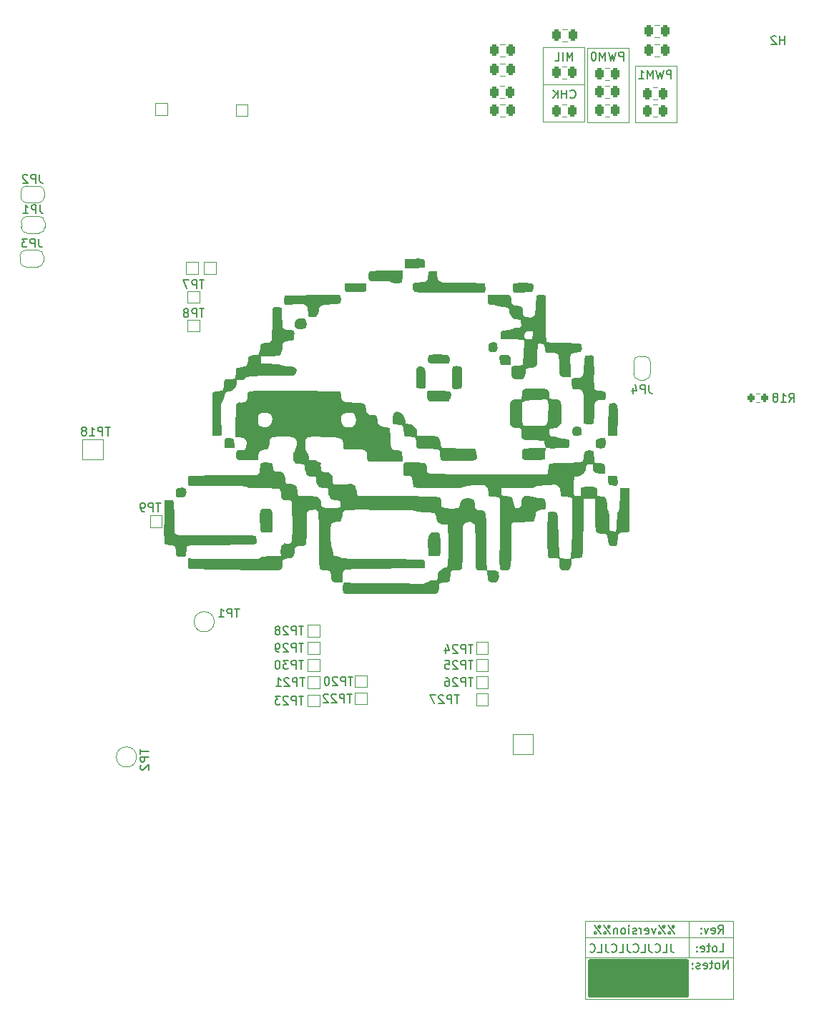
<source format=gbo>
%TF.GenerationSoftware,KiCad,Pcbnew,(6.0.7)*%
%TF.CreationDate,2022-09-29T18:44:06-03:00*%
%TF.ProjectId,uEFI_rev3,75454649-5f72-4657-9633-2e6b69636164,v3.0*%
%TF.SameCoordinates,Original*%
%TF.FileFunction,Legend,Bot*%
%TF.FilePolarity,Positive*%
%FSLAX46Y46*%
G04 Gerber Fmt 4.6, Leading zero omitted, Abs format (unit mm)*
G04 Created by KiCad (PCBNEW (6.0.7)) date 2022-09-29 18:44:06*
%MOMM*%
%LPD*%
G01*
G04 APERTURE LIST*
G04 Aperture macros list*
%AMRoundRect*
0 Rectangle with rounded corners*
0 $1 Rounding radius*
0 $2 $3 $4 $5 $6 $7 $8 $9 X,Y pos of 4 corners*
0 Add a 4 corners polygon primitive as box body*
4,1,4,$2,$3,$4,$5,$6,$7,$8,$9,$2,$3,0*
0 Add four circle primitives for the rounded corners*
1,1,$1+$1,$2,$3*
1,1,$1+$1,$4,$5*
1,1,$1+$1,$6,$7*
1,1,$1+$1,$8,$9*
0 Add four rect primitives between the rounded corners*
20,1,$1+$1,$2,$3,$4,$5,0*
20,1,$1+$1,$4,$5,$6,$7,0*
20,1,$1+$1,$6,$7,$8,$9,0*
20,1,$1+$1,$8,$9,$2,$3,0*%
%AMFreePoly0*
4,1,22,0.500000,-0.750000,0.000000,-0.750000,0.000000,-0.745033,-0.079941,-0.743568,-0.215256,-0.701293,-0.333266,-0.622738,-0.424486,-0.514219,-0.481581,-0.384460,-0.499164,-0.250000,-0.500000,-0.250000,-0.500000,0.250000,-0.499164,0.250000,-0.499963,0.256109,-0.478152,0.396186,-0.417904,0.524511,-0.324060,0.630769,-0.204165,0.706417,-0.067858,0.745374,0.000000,0.744959,0.000000,0.750000,
0.500000,0.750000,0.500000,-0.750000,0.500000,-0.750000,$1*%
%AMFreePoly1*
4,1,20,0.000000,0.744959,0.073905,0.744508,0.209726,0.703889,0.328688,0.626782,0.421226,0.519385,0.479903,0.390333,0.500000,0.250000,0.500000,-0.250000,0.499851,-0.262216,0.476331,-0.402017,0.414519,-0.529596,0.319384,-0.634700,0.198574,-0.708877,0.061801,-0.746166,0.000000,-0.745033,0.000000,-0.750000,-0.500000,-0.750000,-0.500000,0.750000,0.000000,0.750000,0.000000,0.744959,
0.000000,0.744959,$1*%
G04 Aperture macros list end*
%ADD10C,0.120000*%
%ADD11C,0.150000*%
%ADD12C,0.700000*%
%ADD13C,4.400000*%
%ADD14R,2.000000X1.905000*%
%ADD15O,2.000000X1.905000*%
%ADD16R,1.700000X1.700000*%
%ADD17O,1.700000X1.700000*%
%ADD18O,2.000000X1.200000*%
%ADD19C,2.374900*%
%ADD20C,0.990600*%
%ADD21R,1.000000X1.000000*%
%ADD22O,1.000000X1.000000*%
%ADD23C,1.700000*%
%ADD24C,3.500000*%
%ADD25C,1.800000*%
%ADD26C,4.125000*%
%ADD27C,2.000000*%
%ADD28RoundRect,0.243750X0.243750X0.456250X-0.243750X0.456250X-0.243750X-0.456250X0.243750X-0.456250X0*%
%ADD29R,2.000000X2.000000*%
%ADD30FreePoly0,180.000000*%
%ADD31FreePoly1,180.000000*%
%ADD32RoundRect,0.200000X0.200000X0.275000X-0.200000X0.275000X-0.200000X-0.275000X0.200000X-0.275000X0*%
%ADD33FreePoly0,90.000000*%
%ADD34FreePoly1,90.000000*%
G04 APERTURE END LIST*
D10*
X145415000Y-152802000D02*
X127915000Y-152802000D01*
X127915000Y-152802000D02*
X127915000Y-162052000D01*
X127915000Y-162052000D02*
X145415000Y-162052000D01*
X145415000Y-162052000D02*
X145415000Y-152802000D01*
X133807200Y-58318400D02*
X138734800Y-58318400D01*
X138734800Y-58318400D02*
X138734800Y-51663600D01*
X138734800Y-51663600D02*
X133807200Y-51663600D01*
X133807200Y-51663600D02*
X133807200Y-58318400D01*
X128117600Y-58318400D02*
X133045200Y-58318400D01*
X133045200Y-58318400D02*
X133045200Y-49479200D01*
X133045200Y-49479200D02*
X128117600Y-49479200D01*
X128117600Y-49479200D02*
X128117600Y-58318400D01*
X145415000Y-154777000D02*
X127915000Y-154777000D01*
X122885200Y-53848000D02*
X127812800Y-53848000D01*
X145365000Y-157127000D02*
X127965000Y-157127000D01*
X140175000Y-152800000D02*
X140175000Y-157100000D01*
X122885200Y-58267600D02*
X127812800Y-58267600D01*
X127812800Y-58267600D02*
X127812800Y-49428400D01*
X127812800Y-49428400D02*
X122885200Y-49428400D01*
X122885200Y-49428400D02*
X122885200Y-58267600D01*
D11*
X138476904Y-154354380D02*
X137715000Y-153354380D01*
X138334047Y-153354380D02*
X138238809Y-153402000D01*
X138191190Y-153497238D01*
X138238809Y-153592476D01*
X138334047Y-153640095D01*
X138429285Y-153592476D01*
X138476904Y-153497238D01*
X138429285Y-153402000D01*
X138334047Y-153354380D01*
X137762619Y-154306761D02*
X137715000Y-154211523D01*
X137762619Y-154116285D01*
X137857857Y-154068666D01*
X137953095Y-154116285D01*
X138000714Y-154211523D01*
X137953095Y-154306761D01*
X137857857Y-154354380D01*
X137762619Y-154306761D01*
X137334047Y-154354380D02*
X136572142Y-153354380D01*
X137191190Y-153354380D02*
X137095952Y-153402000D01*
X137048333Y-153497238D01*
X137095952Y-153592476D01*
X137191190Y-153640095D01*
X137286428Y-153592476D01*
X137334047Y-153497238D01*
X137286428Y-153402000D01*
X137191190Y-153354380D01*
X136619761Y-154306761D02*
X136572142Y-154211523D01*
X136619761Y-154116285D01*
X136715000Y-154068666D01*
X136810238Y-154116285D01*
X136857857Y-154211523D01*
X136810238Y-154306761D01*
X136715000Y-154354380D01*
X136619761Y-154306761D01*
X136238809Y-153687714D02*
X136000714Y-154354380D01*
X135762619Y-153687714D01*
X135000714Y-154306761D02*
X135095952Y-154354380D01*
X135286428Y-154354380D01*
X135381666Y-154306761D01*
X135429285Y-154211523D01*
X135429285Y-153830571D01*
X135381666Y-153735333D01*
X135286428Y-153687714D01*
X135095952Y-153687714D01*
X135000714Y-153735333D01*
X134953095Y-153830571D01*
X134953095Y-153925809D01*
X135429285Y-154021047D01*
X134524523Y-154354380D02*
X134524523Y-153687714D01*
X134524523Y-153878190D02*
X134476904Y-153782952D01*
X134429285Y-153735333D01*
X134334047Y-153687714D01*
X134238809Y-153687714D01*
X133953095Y-154306761D02*
X133857857Y-154354380D01*
X133667380Y-154354380D01*
X133572142Y-154306761D01*
X133524523Y-154211523D01*
X133524523Y-154163904D01*
X133572142Y-154068666D01*
X133667380Y-154021047D01*
X133810238Y-154021047D01*
X133905476Y-153973428D01*
X133953095Y-153878190D01*
X133953095Y-153830571D01*
X133905476Y-153735333D01*
X133810238Y-153687714D01*
X133667380Y-153687714D01*
X133572142Y-153735333D01*
X133095952Y-154354380D02*
X133095952Y-153687714D01*
X133095952Y-153354380D02*
X133143571Y-153402000D01*
X133095952Y-153449619D01*
X133048333Y-153402000D01*
X133095952Y-153354380D01*
X133095952Y-153449619D01*
X132476904Y-154354380D02*
X132572142Y-154306761D01*
X132619761Y-154259142D01*
X132667380Y-154163904D01*
X132667380Y-153878190D01*
X132619761Y-153782952D01*
X132572142Y-153735333D01*
X132476904Y-153687714D01*
X132334047Y-153687714D01*
X132238809Y-153735333D01*
X132191190Y-153782952D01*
X132143571Y-153878190D01*
X132143571Y-154163904D01*
X132191190Y-154259142D01*
X132238809Y-154306761D01*
X132334047Y-154354380D01*
X132476904Y-154354380D01*
X131715000Y-153687714D02*
X131715000Y-154354380D01*
X131715000Y-153782952D02*
X131667380Y-153735333D01*
X131572142Y-153687714D01*
X131429285Y-153687714D01*
X131334047Y-153735333D01*
X131286428Y-153830571D01*
X131286428Y-154354380D01*
X130857857Y-154354380D02*
X130095952Y-153354380D01*
X130715000Y-153354380D02*
X130619761Y-153402000D01*
X130572142Y-153497238D01*
X130619761Y-153592476D01*
X130715000Y-153640095D01*
X130810238Y-153592476D01*
X130857857Y-153497238D01*
X130810238Y-153402000D01*
X130715000Y-153354380D01*
X130143571Y-154306761D02*
X130095952Y-154211523D01*
X130143571Y-154116285D01*
X130238809Y-154068666D01*
X130334047Y-154116285D01*
X130381666Y-154211523D01*
X130334047Y-154306761D01*
X130238809Y-154354380D01*
X130143571Y-154306761D01*
X129715000Y-154354380D02*
X128953095Y-153354380D01*
X129572142Y-153354380D02*
X129476904Y-153402000D01*
X129429285Y-153497238D01*
X129476904Y-153592476D01*
X129572142Y-153640095D01*
X129667380Y-153592476D01*
X129715000Y-153497238D01*
X129667380Y-153402000D01*
X129572142Y-153354380D01*
X129000714Y-154306761D02*
X128953095Y-154211523D01*
X129000714Y-154116285D01*
X129095952Y-154068666D01*
X129191190Y-154116285D01*
X129238809Y-154211523D01*
X129191190Y-154306761D01*
X129095952Y-154354380D01*
X129000714Y-154306761D01*
X138075752Y-53131980D02*
X138075752Y-52131980D01*
X137694800Y-52131980D01*
X137599561Y-52179600D01*
X137551942Y-52227219D01*
X137504323Y-52322457D01*
X137504323Y-52465314D01*
X137551942Y-52560552D01*
X137599561Y-52608171D01*
X137694800Y-52655790D01*
X138075752Y-52655790D01*
X137170990Y-52131980D02*
X136932895Y-53131980D01*
X136742419Y-52417695D01*
X136551942Y-53131980D01*
X136313847Y-52131980D01*
X135932895Y-53131980D02*
X135932895Y-52131980D01*
X135599561Y-52846266D01*
X135266228Y-52131980D01*
X135266228Y-53131980D01*
X134266228Y-53131980D02*
X134837657Y-53131980D01*
X134551942Y-53131980D02*
X134551942Y-52131980D01*
X134647180Y-52274838D01*
X134742419Y-52370076D01*
X134837657Y-52417695D01*
X138034047Y-155529380D02*
X138034047Y-156243666D01*
X138081666Y-156386523D01*
X138176904Y-156481761D01*
X138319761Y-156529380D01*
X138415000Y-156529380D01*
X137081666Y-156529380D02*
X137557857Y-156529380D01*
X137557857Y-155529380D01*
X136176904Y-156434142D02*
X136224523Y-156481761D01*
X136367380Y-156529380D01*
X136462619Y-156529380D01*
X136605476Y-156481761D01*
X136700714Y-156386523D01*
X136748333Y-156291285D01*
X136795952Y-156100809D01*
X136795952Y-155957952D01*
X136748333Y-155767476D01*
X136700714Y-155672238D01*
X136605476Y-155577000D01*
X136462619Y-155529380D01*
X136367380Y-155529380D01*
X136224523Y-155577000D01*
X136176904Y-155624619D01*
X135462619Y-155529380D02*
X135462619Y-156243666D01*
X135510238Y-156386523D01*
X135605476Y-156481761D01*
X135748333Y-156529380D01*
X135843571Y-156529380D01*
X134510238Y-156529380D02*
X134986428Y-156529380D01*
X134986428Y-155529380D01*
X133605476Y-156434142D02*
X133653095Y-156481761D01*
X133795952Y-156529380D01*
X133891190Y-156529380D01*
X134034047Y-156481761D01*
X134129285Y-156386523D01*
X134176904Y-156291285D01*
X134224523Y-156100809D01*
X134224523Y-155957952D01*
X134176904Y-155767476D01*
X134129285Y-155672238D01*
X134034047Y-155577000D01*
X133891190Y-155529380D01*
X133795952Y-155529380D01*
X133653095Y-155577000D01*
X133605476Y-155624619D01*
X132891190Y-155529380D02*
X132891190Y-156243666D01*
X132938809Y-156386523D01*
X133034047Y-156481761D01*
X133176904Y-156529380D01*
X133272142Y-156529380D01*
X131938809Y-156529380D02*
X132415000Y-156529380D01*
X132415000Y-155529380D01*
X131034047Y-156434142D02*
X131081666Y-156481761D01*
X131224523Y-156529380D01*
X131319761Y-156529380D01*
X131462619Y-156481761D01*
X131557857Y-156386523D01*
X131605476Y-156291285D01*
X131653095Y-156100809D01*
X131653095Y-155957952D01*
X131605476Y-155767476D01*
X131557857Y-155672238D01*
X131462619Y-155577000D01*
X131319761Y-155529380D01*
X131224523Y-155529380D01*
X131081666Y-155577000D01*
X131034047Y-155624619D01*
X130319761Y-155529380D02*
X130319761Y-156243666D01*
X130367380Y-156386523D01*
X130462619Y-156481761D01*
X130605476Y-156529380D01*
X130700714Y-156529380D01*
X129367380Y-156529380D02*
X129843571Y-156529380D01*
X129843571Y-155529380D01*
X128462619Y-156434142D02*
X128510238Y-156481761D01*
X128653095Y-156529380D01*
X128748333Y-156529380D01*
X128891190Y-156481761D01*
X128986428Y-156386523D01*
X129034047Y-156291285D01*
X129081666Y-156100809D01*
X129081666Y-155957952D01*
X129034047Y-155767476D01*
X128986428Y-155672238D01*
X128891190Y-155577000D01*
X128748333Y-155529380D01*
X128653095Y-155529380D01*
X128510238Y-155577000D01*
X128462619Y-155624619D01*
X143795238Y-156452380D02*
X144271428Y-156452380D01*
X144271428Y-155452380D01*
X143319047Y-156452380D02*
X143414285Y-156404761D01*
X143461904Y-156357142D01*
X143509523Y-156261904D01*
X143509523Y-155976190D01*
X143461904Y-155880952D01*
X143414285Y-155833333D01*
X143319047Y-155785714D01*
X143176190Y-155785714D01*
X143080952Y-155833333D01*
X143033333Y-155880952D01*
X142985714Y-155976190D01*
X142985714Y-156261904D01*
X143033333Y-156357142D01*
X143080952Y-156404761D01*
X143176190Y-156452380D01*
X143319047Y-156452380D01*
X142700000Y-155785714D02*
X142319047Y-155785714D01*
X142557142Y-155452380D02*
X142557142Y-156309523D01*
X142509523Y-156404761D01*
X142414285Y-156452380D01*
X142319047Y-156452380D01*
X141604761Y-156404761D02*
X141700000Y-156452380D01*
X141890476Y-156452380D01*
X141985714Y-156404761D01*
X142033333Y-156309523D01*
X142033333Y-155928571D01*
X141985714Y-155833333D01*
X141890476Y-155785714D01*
X141700000Y-155785714D01*
X141604761Y-155833333D01*
X141557142Y-155928571D01*
X141557142Y-156023809D01*
X142033333Y-156119047D01*
X141128571Y-156357142D02*
X141080952Y-156404761D01*
X141128571Y-156452380D01*
X141176190Y-156404761D01*
X141128571Y-156357142D01*
X141128571Y-156452380D01*
X141128571Y-155833333D02*
X141080952Y-155880952D01*
X141128571Y-155928571D01*
X141176190Y-155880952D01*
X141128571Y-155833333D01*
X141128571Y-155928571D01*
X144820238Y-158452380D02*
X144820238Y-157452380D01*
X144248809Y-158452380D01*
X144248809Y-157452380D01*
X143629761Y-158452380D02*
X143725000Y-158404761D01*
X143772619Y-158357142D01*
X143820238Y-158261904D01*
X143820238Y-157976190D01*
X143772619Y-157880952D01*
X143725000Y-157833333D01*
X143629761Y-157785714D01*
X143486904Y-157785714D01*
X143391666Y-157833333D01*
X143344047Y-157880952D01*
X143296428Y-157976190D01*
X143296428Y-158261904D01*
X143344047Y-158357142D01*
X143391666Y-158404761D01*
X143486904Y-158452380D01*
X143629761Y-158452380D01*
X143010714Y-157785714D02*
X142629761Y-157785714D01*
X142867857Y-157452380D02*
X142867857Y-158309523D01*
X142820238Y-158404761D01*
X142725000Y-158452380D01*
X142629761Y-158452380D01*
X141915476Y-158404761D02*
X142010714Y-158452380D01*
X142201190Y-158452380D01*
X142296428Y-158404761D01*
X142344047Y-158309523D01*
X142344047Y-157928571D01*
X142296428Y-157833333D01*
X142201190Y-157785714D01*
X142010714Y-157785714D01*
X141915476Y-157833333D01*
X141867857Y-157928571D01*
X141867857Y-158023809D01*
X142344047Y-158119047D01*
X141486904Y-158404761D02*
X141391666Y-158452380D01*
X141201190Y-158452380D01*
X141105952Y-158404761D01*
X141058333Y-158309523D01*
X141058333Y-158261904D01*
X141105952Y-158166666D01*
X141201190Y-158119047D01*
X141344047Y-158119047D01*
X141439285Y-158071428D01*
X141486904Y-157976190D01*
X141486904Y-157928571D01*
X141439285Y-157833333D01*
X141344047Y-157785714D01*
X141201190Y-157785714D01*
X141105952Y-157833333D01*
X140629761Y-158357142D02*
X140582142Y-158404761D01*
X140629761Y-158452380D01*
X140677380Y-158404761D01*
X140629761Y-158357142D01*
X140629761Y-158452380D01*
X140629761Y-157833333D02*
X140582142Y-157880952D01*
X140629761Y-157928571D01*
X140677380Y-157880952D01*
X140629761Y-157833333D01*
X140629761Y-157928571D01*
X126139485Y-55373542D02*
X126187104Y-55421161D01*
X126329961Y-55468780D01*
X126425200Y-55468780D01*
X126568057Y-55421161D01*
X126663295Y-55325923D01*
X126710914Y-55230685D01*
X126758533Y-55040209D01*
X126758533Y-54897352D01*
X126710914Y-54706876D01*
X126663295Y-54611638D01*
X126568057Y-54516400D01*
X126425200Y-54468780D01*
X126329961Y-54468780D01*
X126187104Y-54516400D01*
X126139485Y-54564019D01*
X125710914Y-55468780D02*
X125710914Y-54468780D01*
X125710914Y-54944971D02*
X125139485Y-54944971D01*
X125139485Y-55468780D02*
X125139485Y-54468780D01*
X124663295Y-55468780D02*
X124663295Y-54468780D01*
X124091866Y-55468780D02*
X124520438Y-54897352D01*
X124091866Y-54468780D02*
X124663295Y-55040209D01*
X143663095Y-154302380D02*
X143996428Y-153826190D01*
X144234523Y-154302380D02*
X144234523Y-153302380D01*
X143853571Y-153302380D01*
X143758333Y-153350000D01*
X143710714Y-153397619D01*
X143663095Y-153492857D01*
X143663095Y-153635714D01*
X143710714Y-153730952D01*
X143758333Y-153778571D01*
X143853571Y-153826190D01*
X144234523Y-153826190D01*
X142853571Y-154254761D02*
X142948809Y-154302380D01*
X143139285Y-154302380D01*
X143234523Y-154254761D01*
X143282142Y-154159523D01*
X143282142Y-153778571D01*
X143234523Y-153683333D01*
X143139285Y-153635714D01*
X142948809Y-153635714D01*
X142853571Y-153683333D01*
X142805952Y-153778571D01*
X142805952Y-153873809D01*
X143282142Y-153969047D01*
X142472619Y-153635714D02*
X142234523Y-154302380D01*
X141996428Y-153635714D01*
X141615476Y-154207142D02*
X141567857Y-154254761D01*
X141615476Y-154302380D01*
X141663095Y-154254761D01*
X141615476Y-154207142D01*
X141615476Y-154302380D01*
X141615476Y-153683333D02*
X141567857Y-153730952D01*
X141615476Y-153778571D01*
X141663095Y-153730952D01*
X141615476Y-153683333D01*
X141615476Y-153778571D01*
X132436952Y-50998380D02*
X132436952Y-49998380D01*
X132056000Y-49998380D01*
X131960761Y-50046000D01*
X131913142Y-50093619D01*
X131865523Y-50188857D01*
X131865523Y-50331714D01*
X131913142Y-50426952D01*
X131960761Y-50474571D01*
X132056000Y-50522190D01*
X132436952Y-50522190D01*
X131532190Y-49998380D02*
X131294095Y-50998380D01*
X131103619Y-50284095D01*
X130913142Y-50998380D01*
X130675047Y-49998380D01*
X130294095Y-50998380D02*
X130294095Y-49998380D01*
X129960761Y-50712666D01*
X129627428Y-49998380D01*
X129627428Y-50998380D01*
X128960761Y-49998380D02*
X128865523Y-49998380D01*
X128770285Y-50046000D01*
X128722666Y-50093619D01*
X128675047Y-50188857D01*
X128627428Y-50379333D01*
X128627428Y-50617428D01*
X128675047Y-50807904D01*
X128722666Y-50903142D01*
X128770285Y-50950761D01*
X128865523Y-50998380D01*
X128960761Y-50998380D01*
X129056000Y-50950761D01*
X129103619Y-50903142D01*
X129151238Y-50807904D01*
X129198857Y-50617428D01*
X129198857Y-50379333D01*
X129151238Y-50188857D01*
X129103619Y-50093619D01*
X129056000Y-50046000D01*
X128960761Y-49998380D01*
X126401390Y-50998380D02*
X126401390Y-49998380D01*
X126068057Y-50712666D01*
X125734723Y-49998380D01*
X125734723Y-50998380D01*
X125258533Y-50998380D02*
X125258533Y-49998380D01*
X124306152Y-50998380D02*
X124782342Y-50998380D01*
X124782342Y-49998380D01*
%TO.C,TP2*%
X75244411Y-132491648D02*
X75244411Y-133063076D01*
X76244411Y-132777362D02*
X75244411Y-132777362D01*
X76244411Y-133396410D02*
X75244411Y-133396410D01*
X75244411Y-133777362D01*
X75292031Y-133872600D01*
X75339650Y-133920219D01*
X75434888Y-133967838D01*
X75577745Y-133967838D01*
X75672983Y-133920219D01*
X75720602Y-133872600D01*
X75768221Y-133777362D01*
X75768221Y-133396410D01*
X75339650Y-134348791D02*
X75292031Y-134396410D01*
X75244411Y-134491648D01*
X75244411Y-134729743D01*
X75292031Y-134824981D01*
X75339650Y-134872600D01*
X75434888Y-134920219D01*
X75530126Y-134920219D01*
X75672983Y-134872600D01*
X76244411Y-134301172D01*
X76244411Y-134920219D01*
%TO.C,H2*%
X151510904Y-49068380D02*
X151510904Y-48068380D01*
X151510904Y-48544571D02*
X150939476Y-48544571D01*
X150939476Y-49068380D02*
X150939476Y-48068380D01*
X150510904Y-48163619D02*
X150463285Y-48116000D01*
X150368047Y-48068380D01*
X150129952Y-48068380D01*
X150034714Y-48116000D01*
X149987095Y-48163619D01*
X149939476Y-48258857D01*
X149939476Y-48354095D01*
X149987095Y-48496952D01*
X150558523Y-49068380D01*
X149939476Y-49068380D01*
%TO.C,TP23*%
X94575095Y-126198380D02*
X94003666Y-126198380D01*
X94289380Y-127198380D02*
X94289380Y-126198380D01*
X93670333Y-127198380D02*
X93670333Y-126198380D01*
X93289380Y-126198380D01*
X93194142Y-126246000D01*
X93146523Y-126293619D01*
X93098904Y-126388857D01*
X93098904Y-126531714D01*
X93146523Y-126626952D01*
X93194142Y-126674571D01*
X93289380Y-126722190D01*
X93670333Y-126722190D01*
X92717952Y-126293619D02*
X92670333Y-126246000D01*
X92575095Y-126198380D01*
X92337000Y-126198380D01*
X92241761Y-126246000D01*
X92194142Y-126293619D01*
X92146523Y-126388857D01*
X92146523Y-126484095D01*
X92194142Y-126626952D01*
X92765571Y-127198380D01*
X92146523Y-127198380D01*
X91813190Y-126198380D02*
X91194142Y-126198380D01*
X91527476Y-126579333D01*
X91384619Y-126579333D01*
X91289380Y-126626952D01*
X91241761Y-126674571D01*
X91194142Y-126769809D01*
X91194142Y-127007904D01*
X91241761Y-127103142D01*
X91289380Y-127150761D01*
X91384619Y-127198380D01*
X91670333Y-127198380D01*
X91765571Y-127150761D01*
X91813190Y-127103142D01*
%TO.C,TP29*%
X94575095Y-119975380D02*
X94003666Y-119975380D01*
X94289380Y-120975380D02*
X94289380Y-119975380D01*
X93670333Y-120975380D02*
X93670333Y-119975380D01*
X93289380Y-119975380D01*
X93194142Y-120023000D01*
X93146523Y-120070619D01*
X93098904Y-120165857D01*
X93098904Y-120308714D01*
X93146523Y-120403952D01*
X93194142Y-120451571D01*
X93289380Y-120499190D01*
X93670333Y-120499190D01*
X92717952Y-120070619D02*
X92670333Y-120023000D01*
X92575095Y-119975380D01*
X92337000Y-119975380D01*
X92241761Y-120023000D01*
X92194142Y-120070619D01*
X92146523Y-120165857D01*
X92146523Y-120261095D01*
X92194142Y-120403952D01*
X92765571Y-120975380D01*
X92146523Y-120975380D01*
X91670333Y-120975380D02*
X91479857Y-120975380D01*
X91384619Y-120927761D01*
X91337000Y-120880142D01*
X91241761Y-120737285D01*
X91194142Y-120546809D01*
X91194142Y-120165857D01*
X91241761Y-120070619D01*
X91289380Y-120023000D01*
X91384619Y-119975380D01*
X91575095Y-119975380D01*
X91670333Y-120023000D01*
X91717952Y-120070619D01*
X91765571Y-120165857D01*
X91765571Y-120403952D01*
X91717952Y-120499190D01*
X91670333Y-120546809D01*
X91575095Y-120594428D01*
X91384619Y-120594428D01*
X91289380Y-120546809D01*
X91241761Y-120499190D01*
X91194142Y-120403952D01*
%TO.C,TP28*%
X94575095Y-117943380D02*
X94003666Y-117943380D01*
X94289380Y-118943380D02*
X94289380Y-117943380D01*
X93670333Y-118943380D02*
X93670333Y-117943380D01*
X93289380Y-117943380D01*
X93194142Y-117991000D01*
X93146523Y-118038619D01*
X93098904Y-118133857D01*
X93098904Y-118276714D01*
X93146523Y-118371952D01*
X93194142Y-118419571D01*
X93289380Y-118467190D01*
X93670333Y-118467190D01*
X92717952Y-118038619D02*
X92670333Y-117991000D01*
X92575095Y-117943380D01*
X92337000Y-117943380D01*
X92241761Y-117991000D01*
X92194142Y-118038619D01*
X92146523Y-118133857D01*
X92146523Y-118229095D01*
X92194142Y-118371952D01*
X92765571Y-118943380D01*
X92146523Y-118943380D01*
X91575095Y-118371952D02*
X91670333Y-118324333D01*
X91717952Y-118276714D01*
X91765571Y-118181476D01*
X91765571Y-118133857D01*
X91717952Y-118038619D01*
X91670333Y-117991000D01*
X91575095Y-117943380D01*
X91384619Y-117943380D01*
X91289380Y-117991000D01*
X91241761Y-118038619D01*
X91194142Y-118133857D01*
X91194142Y-118181476D01*
X91241761Y-118276714D01*
X91289380Y-118324333D01*
X91384619Y-118371952D01*
X91575095Y-118371952D01*
X91670333Y-118419571D01*
X91717952Y-118467190D01*
X91765571Y-118562428D01*
X91765571Y-118752904D01*
X91717952Y-118848142D01*
X91670333Y-118895761D01*
X91575095Y-118943380D01*
X91384619Y-118943380D01*
X91289380Y-118895761D01*
X91241761Y-118848142D01*
X91194142Y-118752904D01*
X91194142Y-118562428D01*
X91241761Y-118467190D01*
X91289380Y-118419571D01*
X91384619Y-118371952D01*
%TO.C,TP20*%
X100417095Y-123912380D02*
X99845666Y-123912380D01*
X100131380Y-124912380D02*
X100131380Y-123912380D01*
X99512333Y-124912380D02*
X99512333Y-123912380D01*
X99131380Y-123912380D01*
X99036142Y-123960000D01*
X98988523Y-124007619D01*
X98940904Y-124102857D01*
X98940904Y-124245714D01*
X98988523Y-124340952D01*
X99036142Y-124388571D01*
X99131380Y-124436190D01*
X99512333Y-124436190D01*
X98559952Y-124007619D02*
X98512333Y-123960000D01*
X98417095Y-123912380D01*
X98179000Y-123912380D01*
X98083761Y-123960000D01*
X98036142Y-124007619D01*
X97988523Y-124102857D01*
X97988523Y-124198095D01*
X98036142Y-124340952D01*
X98607571Y-124912380D01*
X97988523Y-124912380D01*
X97369476Y-123912380D02*
X97274238Y-123912380D01*
X97179000Y-123960000D01*
X97131380Y-124007619D01*
X97083761Y-124102857D01*
X97036142Y-124293333D01*
X97036142Y-124531428D01*
X97083761Y-124721904D01*
X97131380Y-124817142D01*
X97179000Y-124864761D01*
X97274238Y-124912380D01*
X97369476Y-124912380D01*
X97464714Y-124864761D01*
X97512333Y-124817142D01*
X97559952Y-124721904D01*
X97607571Y-124531428D01*
X97607571Y-124293333D01*
X97559952Y-124102857D01*
X97512333Y-124007619D01*
X97464714Y-123960000D01*
X97369476Y-123912380D01*
%TO.C,TP7*%
X82801904Y-76972780D02*
X82230476Y-76972780D01*
X82516190Y-77972780D02*
X82516190Y-76972780D01*
X81897142Y-77972780D02*
X81897142Y-76972780D01*
X81516190Y-76972780D01*
X81420952Y-77020400D01*
X81373333Y-77068019D01*
X81325714Y-77163257D01*
X81325714Y-77306114D01*
X81373333Y-77401352D01*
X81420952Y-77448971D01*
X81516190Y-77496590D01*
X81897142Y-77496590D01*
X80992380Y-76972780D02*
X80325714Y-76972780D01*
X80754285Y-77972780D01*
%TO.C,TP9*%
X77661904Y-103338380D02*
X77090476Y-103338380D01*
X77376190Y-104338380D02*
X77376190Y-103338380D01*
X76757142Y-104338380D02*
X76757142Y-103338380D01*
X76376190Y-103338380D01*
X76280952Y-103386000D01*
X76233333Y-103433619D01*
X76185714Y-103528857D01*
X76185714Y-103671714D01*
X76233333Y-103766952D01*
X76280952Y-103814571D01*
X76376190Y-103862190D01*
X76757142Y-103862190D01*
X75709523Y-104338380D02*
X75519047Y-104338380D01*
X75423809Y-104290761D01*
X75376190Y-104243142D01*
X75280952Y-104100285D01*
X75233333Y-103909809D01*
X75233333Y-103528857D01*
X75280952Y-103433619D01*
X75328571Y-103386000D01*
X75423809Y-103338380D01*
X75614285Y-103338380D01*
X75709523Y-103386000D01*
X75757142Y-103433619D01*
X75804761Y-103528857D01*
X75804761Y-103766952D01*
X75757142Y-103862190D01*
X75709523Y-103909809D01*
X75614285Y-103957428D01*
X75423809Y-103957428D01*
X75328571Y-103909809D01*
X75280952Y-103862190D01*
X75233333Y-103766952D01*
%TO.C,JP3*%
X63223333Y-72080780D02*
X63223333Y-72795066D01*
X63270952Y-72937923D01*
X63366190Y-73033161D01*
X63509047Y-73080780D01*
X63604285Y-73080780D01*
X62747142Y-73080780D02*
X62747142Y-72080780D01*
X62366190Y-72080780D01*
X62270952Y-72128400D01*
X62223333Y-72176019D01*
X62175714Y-72271257D01*
X62175714Y-72414114D01*
X62223333Y-72509352D01*
X62270952Y-72556971D01*
X62366190Y-72604590D01*
X62747142Y-72604590D01*
X61842380Y-72080780D02*
X61223333Y-72080780D01*
X61556666Y-72461733D01*
X61413809Y-72461733D01*
X61318571Y-72509352D01*
X61270952Y-72556971D01*
X61223333Y-72652209D01*
X61223333Y-72890304D01*
X61270952Y-72985542D01*
X61318571Y-73033161D01*
X61413809Y-73080780D01*
X61699523Y-73080780D01*
X61794761Y-73033161D01*
X61842380Y-72985542D01*
%TO.C,JP2*%
X63323333Y-64480780D02*
X63323333Y-65195066D01*
X63370952Y-65337923D01*
X63466190Y-65433161D01*
X63609047Y-65480780D01*
X63704285Y-65480780D01*
X62847142Y-65480780D02*
X62847142Y-64480780D01*
X62466190Y-64480780D01*
X62370952Y-64528400D01*
X62323333Y-64576019D01*
X62275714Y-64671257D01*
X62275714Y-64814114D01*
X62323333Y-64909352D01*
X62370952Y-64956971D01*
X62466190Y-65004590D01*
X62847142Y-65004590D01*
X61894761Y-64576019D02*
X61847142Y-64528400D01*
X61751904Y-64480780D01*
X61513809Y-64480780D01*
X61418571Y-64528400D01*
X61370952Y-64576019D01*
X61323333Y-64671257D01*
X61323333Y-64766495D01*
X61370952Y-64909352D01*
X61942380Y-65480780D01*
X61323333Y-65480780D01*
%TO.C,R18*%
X152026857Y-91384380D02*
X152360190Y-90908190D01*
X152598285Y-91384380D02*
X152598285Y-90384380D01*
X152217333Y-90384380D01*
X152122095Y-90432000D01*
X152074476Y-90479619D01*
X152026857Y-90574857D01*
X152026857Y-90717714D01*
X152074476Y-90812952D01*
X152122095Y-90860571D01*
X152217333Y-90908190D01*
X152598285Y-90908190D01*
X151074476Y-91384380D02*
X151645904Y-91384380D01*
X151360190Y-91384380D02*
X151360190Y-90384380D01*
X151455428Y-90527238D01*
X151550666Y-90622476D01*
X151645904Y-90670095D01*
X150503047Y-90812952D02*
X150598285Y-90765333D01*
X150645904Y-90717714D01*
X150693523Y-90622476D01*
X150693523Y-90574857D01*
X150645904Y-90479619D01*
X150598285Y-90432000D01*
X150503047Y-90384380D01*
X150312571Y-90384380D01*
X150217333Y-90432000D01*
X150169714Y-90479619D01*
X150122095Y-90574857D01*
X150122095Y-90622476D01*
X150169714Y-90717714D01*
X150217333Y-90765333D01*
X150312571Y-90812952D01*
X150503047Y-90812952D01*
X150598285Y-90860571D01*
X150645904Y-90908190D01*
X150693523Y-91003428D01*
X150693523Y-91193904D01*
X150645904Y-91289142D01*
X150598285Y-91336761D01*
X150503047Y-91384380D01*
X150312571Y-91384380D01*
X150217333Y-91336761D01*
X150169714Y-91289142D01*
X150122095Y-91193904D01*
X150122095Y-91003428D01*
X150169714Y-90908190D01*
X150217333Y-90860571D01*
X150312571Y-90812952D01*
%TO.C,TP18*%
X71674995Y-94372280D02*
X71103566Y-94372280D01*
X71389280Y-95372280D02*
X71389280Y-94372280D01*
X70770233Y-95372280D02*
X70770233Y-94372280D01*
X70389280Y-94372280D01*
X70294042Y-94419900D01*
X70246423Y-94467519D01*
X70198804Y-94562757D01*
X70198804Y-94705614D01*
X70246423Y-94800852D01*
X70294042Y-94848471D01*
X70389280Y-94896090D01*
X70770233Y-94896090D01*
X69246423Y-95372280D02*
X69817852Y-95372280D01*
X69532138Y-95372280D02*
X69532138Y-94372280D01*
X69627376Y-94515138D01*
X69722614Y-94610376D01*
X69817852Y-94657995D01*
X68674995Y-94800852D02*
X68770233Y-94753233D01*
X68817852Y-94705614D01*
X68865471Y-94610376D01*
X68865471Y-94562757D01*
X68817852Y-94467519D01*
X68770233Y-94419900D01*
X68674995Y-94372280D01*
X68484519Y-94372280D01*
X68389280Y-94419900D01*
X68341661Y-94467519D01*
X68294042Y-94562757D01*
X68294042Y-94610376D01*
X68341661Y-94705614D01*
X68389280Y-94753233D01*
X68484519Y-94800852D01*
X68674995Y-94800852D01*
X68770233Y-94848471D01*
X68817852Y-94896090D01*
X68865471Y-94991328D01*
X68865471Y-95181804D01*
X68817852Y-95277042D01*
X68770233Y-95324661D01*
X68674995Y-95372280D01*
X68484519Y-95372280D01*
X68389280Y-95324661D01*
X68341661Y-95277042D01*
X68294042Y-95181804D01*
X68294042Y-94991328D01*
X68341661Y-94896090D01*
X68389280Y-94848471D01*
X68484519Y-94800852D01*
%TO.C,TP1*%
X86961904Y-115852380D02*
X86390476Y-115852380D01*
X86676190Y-116852380D02*
X86676190Y-115852380D01*
X86057142Y-116852380D02*
X86057142Y-115852380D01*
X85676190Y-115852380D01*
X85580952Y-115900000D01*
X85533333Y-115947619D01*
X85485714Y-116042857D01*
X85485714Y-116185714D01*
X85533333Y-116280952D01*
X85580952Y-116328571D01*
X85676190Y-116376190D01*
X86057142Y-116376190D01*
X84533333Y-116852380D02*
X85104761Y-116852380D01*
X84819047Y-116852380D02*
X84819047Y-115852380D01*
X84914285Y-115995238D01*
X85009523Y-116090476D01*
X85104761Y-116138095D01*
%TO.C,JP4*%
X135453333Y-89368380D02*
X135453333Y-90082666D01*
X135500952Y-90225523D01*
X135596190Y-90320761D01*
X135739047Y-90368380D01*
X135834285Y-90368380D01*
X134977142Y-90368380D02*
X134977142Y-89368380D01*
X134596190Y-89368380D01*
X134500952Y-89416000D01*
X134453333Y-89463619D01*
X134405714Y-89558857D01*
X134405714Y-89701714D01*
X134453333Y-89796952D01*
X134500952Y-89844571D01*
X134596190Y-89892190D01*
X134977142Y-89892190D01*
X133548571Y-89701714D02*
X133548571Y-90368380D01*
X133786666Y-89320761D02*
X134024761Y-90035047D01*
X133405714Y-90035047D01*
%TO.C,TP24*%
X114641095Y-120102380D02*
X114069666Y-120102380D01*
X114355380Y-121102380D02*
X114355380Y-120102380D01*
X113736333Y-121102380D02*
X113736333Y-120102380D01*
X113355380Y-120102380D01*
X113260142Y-120150000D01*
X113212523Y-120197619D01*
X113164904Y-120292857D01*
X113164904Y-120435714D01*
X113212523Y-120530952D01*
X113260142Y-120578571D01*
X113355380Y-120626190D01*
X113736333Y-120626190D01*
X112783952Y-120197619D02*
X112736333Y-120150000D01*
X112641095Y-120102380D01*
X112403000Y-120102380D01*
X112307761Y-120150000D01*
X112260142Y-120197619D01*
X112212523Y-120292857D01*
X112212523Y-120388095D01*
X112260142Y-120530952D01*
X112831571Y-121102380D01*
X112212523Y-121102380D01*
X111355380Y-120435714D02*
X111355380Y-121102380D01*
X111593476Y-120054761D02*
X111831571Y-120769047D01*
X111212523Y-120769047D01*
%TO.C,TP25*%
X114641095Y-122007380D02*
X114069666Y-122007380D01*
X114355380Y-123007380D02*
X114355380Y-122007380D01*
X113736333Y-123007380D02*
X113736333Y-122007380D01*
X113355380Y-122007380D01*
X113260142Y-122055000D01*
X113212523Y-122102619D01*
X113164904Y-122197857D01*
X113164904Y-122340714D01*
X113212523Y-122435952D01*
X113260142Y-122483571D01*
X113355380Y-122531190D01*
X113736333Y-122531190D01*
X112783952Y-122102619D02*
X112736333Y-122055000D01*
X112641095Y-122007380D01*
X112403000Y-122007380D01*
X112307761Y-122055000D01*
X112260142Y-122102619D01*
X112212523Y-122197857D01*
X112212523Y-122293095D01*
X112260142Y-122435952D01*
X112831571Y-123007380D01*
X112212523Y-123007380D01*
X111307761Y-122007380D02*
X111783952Y-122007380D01*
X111831571Y-122483571D01*
X111783952Y-122435952D01*
X111688714Y-122388333D01*
X111450619Y-122388333D01*
X111355380Y-122435952D01*
X111307761Y-122483571D01*
X111260142Y-122578809D01*
X111260142Y-122816904D01*
X111307761Y-122912142D01*
X111355380Y-122959761D01*
X111450619Y-123007380D01*
X111688714Y-123007380D01*
X111783952Y-122959761D01*
X111831571Y-122912142D01*
%TO.C,JP1*%
X63373333Y-68080780D02*
X63373333Y-68795066D01*
X63420952Y-68937923D01*
X63516190Y-69033161D01*
X63659047Y-69080780D01*
X63754285Y-69080780D01*
X62897142Y-69080780D02*
X62897142Y-68080780D01*
X62516190Y-68080780D01*
X62420952Y-68128400D01*
X62373333Y-68176019D01*
X62325714Y-68271257D01*
X62325714Y-68414114D01*
X62373333Y-68509352D01*
X62420952Y-68556971D01*
X62516190Y-68604590D01*
X62897142Y-68604590D01*
X61373333Y-69080780D02*
X61944761Y-69080780D01*
X61659047Y-69080780D02*
X61659047Y-68080780D01*
X61754285Y-68223638D01*
X61849523Y-68318876D01*
X61944761Y-68366495D01*
%TO.C,TP27*%
X112990095Y-126071380D02*
X112418666Y-126071380D01*
X112704380Y-127071380D02*
X112704380Y-126071380D01*
X112085333Y-127071380D02*
X112085333Y-126071380D01*
X111704380Y-126071380D01*
X111609142Y-126119000D01*
X111561523Y-126166619D01*
X111513904Y-126261857D01*
X111513904Y-126404714D01*
X111561523Y-126499952D01*
X111609142Y-126547571D01*
X111704380Y-126595190D01*
X112085333Y-126595190D01*
X111132952Y-126166619D02*
X111085333Y-126119000D01*
X110990095Y-126071380D01*
X110752000Y-126071380D01*
X110656761Y-126119000D01*
X110609142Y-126166619D01*
X110561523Y-126261857D01*
X110561523Y-126357095D01*
X110609142Y-126499952D01*
X111180571Y-127071380D01*
X110561523Y-127071380D01*
X110228190Y-126071380D02*
X109561523Y-126071380D01*
X109990095Y-127071380D01*
%TO.C,TP26*%
X114641095Y-124039380D02*
X114069666Y-124039380D01*
X114355380Y-125039380D02*
X114355380Y-124039380D01*
X113736333Y-125039380D02*
X113736333Y-124039380D01*
X113355380Y-124039380D01*
X113260142Y-124087000D01*
X113212523Y-124134619D01*
X113164904Y-124229857D01*
X113164904Y-124372714D01*
X113212523Y-124467952D01*
X113260142Y-124515571D01*
X113355380Y-124563190D01*
X113736333Y-124563190D01*
X112783952Y-124134619D02*
X112736333Y-124087000D01*
X112641095Y-124039380D01*
X112403000Y-124039380D01*
X112307761Y-124087000D01*
X112260142Y-124134619D01*
X112212523Y-124229857D01*
X112212523Y-124325095D01*
X112260142Y-124467952D01*
X112831571Y-125039380D01*
X112212523Y-125039380D01*
X111355380Y-124039380D02*
X111545857Y-124039380D01*
X111641095Y-124087000D01*
X111688714Y-124134619D01*
X111783952Y-124277476D01*
X111831571Y-124467952D01*
X111831571Y-124848904D01*
X111783952Y-124944142D01*
X111736333Y-124991761D01*
X111641095Y-125039380D01*
X111450619Y-125039380D01*
X111355380Y-124991761D01*
X111307761Y-124944142D01*
X111260142Y-124848904D01*
X111260142Y-124610809D01*
X111307761Y-124515571D01*
X111355380Y-124467952D01*
X111450619Y-124420333D01*
X111641095Y-124420333D01*
X111736333Y-124467952D01*
X111783952Y-124515571D01*
X111831571Y-124610809D01*
%TO.C,TP22*%
X100290095Y-125944380D02*
X99718666Y-125944380D01*
X100004380Y-126944380D02*
X100004380Y-125944380D01*
X99385333Y-126944380D02*
X99385333Y-125944380D01*
X99004380Y-125944380D01*
X98909142Y-125992000D01*
X98861523Y-126039619D01*
X98813904Y-126134857D01*
X98813904Y-126277714D01*
X98861523Y-126372952D01*
X98909142Y-126420571D01*
X99004380Y-126468190D01*
X99385333Y-126468190D01*
X98432952Y-126039619D02*
X98385333Y-125992000D01*
X98290095Y-125944380D01*
X98052000Y-125944380D01*
X97956761Y-125992000D01*
X97909142Y-126039619D01*
X97861523Y-126134857D01*
X97861523Y-126230095D01*
X97909142Y-126372952D01*
X98480571Y-126944380D01*
X97861523Y-126944380D01*
X97480571Y-126039619D02*
X97432952Y-125992000D01*
X97337714Y-125944380D01*
X97099619Y-125944380D01*
X97004380Y-125992000D01*
X96956761Y-126039619D01*
X96909142Y-126134857D01*
X96909142Y-126230095D01*
X96956761Y-126372952D01*
X97528190Y-126944380D01*
X96909142Y-126944380D01*
%TO.C,TP21*%
X94702095Y-124039380D02*
X94130666Y-124039380D01*
X94416380Y-125039380D02*
X94416380Y-124039380D01*
X93797333Y-125039380D02*
X93797333Y-124039380D01*
X93416380Y-124039380D01*
X93321142Y-124087000D01*
X93273523Y-124134619D01*
X93225904Y-124229857D01*
X93225904Y-124372714D01*
X93273523Y-124467952D01*
X93321142Y-124515571D01*
X93416380Y-124563190D01*
X93797333Y-124563190D01*
X92844952Y-124134619D02*
X92797333Y-124087000D01*
X92702095Y-124039380D01*
X92464000Y-124039380D01*
X92368761Y-124087000D01*
X92321142Y-124134619D01*
X92273523Y-124229857D01*
X92273523Y-124325095D01*
X92321142Y-124467952D01*
X92892571Y-125039380D01*
X92273523Y-125039380D01*
X91321142Y-125039380D02*
X91892571Y-125039380D01*
X91606857Y-125039380D02*
X91606857Y-124039380D01*
X91702095Y-124182238D01*
X91797333Y-124277476D01*
X91892571Y-124325095D01*
%TO.C,TP8*%
X82801904Y-80372780D02*
X82230476Y-80372780D01*
X82516190Y-81372780D02*
X82516190Y-80372780D01*
X81897142Y-81372780D02*
X81897142Y-80372780D01*
X81516190Y-80372780D01*
X81420952Y-80420400D01*
X81373333Y-80468019D01*
X81325714Y-80563257D01*
X81325714Y-80706114D01*
X81373333Y-80801352D01*
X81420952Y-80848971D01*
X81516190Y-80896590D01*
X81897142Y-80896590D01*
X80754285Y-80801352D02*
X80849523Y-80753733D01*
X80897142Y-80706114D01*
X80944761Y-80610876D01*
X80944761Y-80563257D01*
X80897142Y-80468019D01*
X80849523Y-80420400D01*
X80754285Y-80372780D01*
X80563809Y-80372780D01*
X80468571Y-80420400D01*
X80420952Y-80468019D01*
X80373333Y-80563257D01*
X80373333Y-80610876D01*
X80420952Y-80706114D01*
X80468571Y-80753733D01*
X80563809Y-80801352D01*
X80754285Y-80801352D01*
X80849523Y-80848971D01*
X80897142Y-80896590D01*
X80944761Y-80991828D01*
X80944761Y-81182304D01*
X80897142Y-81277542D01*
X80849523Y-81325161D01*
X80754285Y-81372780D01*
X80563809Y-81372780D01*
X80468571Y-81325161D01*
X80420952Y-81277542D01*
X80373333Y-81182304D01*
X80373333Y-80991828D01*
X80420952Y-80896590D01*
X80468571Y-80848971D01*
X80563809Y-80801352D01*
%TO.C,TP30*%
X94575095Y-122007380D02*
X94003666Y-122007380D01*
X94289380Y-123007380D02*
X94289380Y-122007380D01*
X93670333Y-123007380D02*
X93670333Y-122007380D01*
X93289380Y-122007380D01*
X93194142Y-122055000D01*
X93146523Y-122102619D01*
X93098904Y-122197857D01*
X93098904Y-122340714D01*
X93146523Y-122435952D01*
X93194142Y-122483571D01*
X93289380Y-122531190D01*
X93670333Y-122531190D01*
X92765571Y-122007380D02*
X92146523Y-122007380D01*
X92479857Y-122388333D01*
X92337000Y-122388333D01*
X92241761Y-122435952D01*
X92194142Y-122483571D01*
X92146523Y-122578809D01*
X92146523Y-122816904D01*
X92194142Y-122912142D01*
X92241761Y-122959761D01*
X92337000Y-123007380D01*
X92622714Y-123007380D01*
X92717952Y-122959761D01*
X92765571Y-122912142D01*
X91527476Y-122007380D02*
X91432238Y-122007380D01*
X91337000Y-122055000D01*
X91289380Y-122102619D01*
X91241761Y-122197857D01*
X91194142Y-122388333D01*
X91194142Y-122626428D01*
X91241761Y-122816904D01*
X91289380Y-122912142D01*
X91337000Y-122959761D01*
X91432238Y-123007380D01*
X91527476Y-123007380D01*
X91622714Y-122959761D01*
X91670333Y-122912142D01*
X91717952Y-122816904D01*
X91765571Y-122626428D01*
X91765571Y-122388333D01*
X91717952Y-122197857D01*
X91670333Y-122102619D01*
X91622714Y-122055000D01*
X91527476Y-122007380D01*
D10*
%TO.C,TP2*%
X74800000Y-133400000D02*
G75*
G03*
X74800000Y-133400000I-1200000J0D01*
G01*
%TO.C,F14*%
X125683778Y-57656800D02*
X125166622Y-57656800D01*
X125683778Y-56236800D02*
X125166622Y-56236800D01*
%TO.C,TP23*%
X96458000Y-127446000D02*
X96458000Y-126046000D01*
X96458000Y-126046000D02*
X95058000Y-126046000D01*
X95058000Y-126046000D02*
X95058000Y-127446000D01*
X95058000Y-127446000D02*
X96458000Y-127446000D01*
%TO.C,F12*%
X125734578Y-47296000D02*
X125217422Y-47296000D01*
X125734578Y-48716000D02*
X125217422Y-48716000D01*
%TO.C,F1*%
X118366278Y-54027000D02*
X117849122Y-54027000D01*
X118366278Y-55447000D02*
X117849122Y-55447000D01*
%TO.C,TP5*%
X82090000Y-76268400D02*
X82090000Y-74868400D01*
X80690000Y-74868400D02*
X80690000Y-76268400D01*
X80690000Y-76268400D02*
X82090000Y-76268400D01*
X82090000Y-74868400D02*
X80690000Y-74868400D01*
%TO.C,TP29*%
X95058000Y-121223000D02*
X96458000Y-121223000D01*
X95058000Y-119823000D02*
X95058000Y-121223000D01*
X96458000Y-119823000D02*
X95058000Y-119823000D01*
X96458000Y-121223000D02*
X96458000Y-119823000D01*
%TO.C,TP28*%
X95058000Y-119191000D02*
X96458000Y-119191000D01*
X95058000Y-117791000D02*
X95058000Y-119191000D01*
X96458000Y-117791000D02*
X95058000Y-117791000D01*
X96458000Y-119191000D02*
X96458000Y-117791000D01*
%TO.C,TP20*%
X100646000Y-123760000D02*
X100646000Y-125160000D01*
X102046000Y-125160000D02*
X102046000Y-123760000D01*
X100646000Y-125160000D02*
X102046000Y-125160000D01*
X102046000Y-123760000D02*
X100646000Y-123760000D01*
%TO.C,TP7*%
X82240000Y-78268400D02*
X80840000Y-78268400D01*
X82240000Y-79668400D02*
X82240000Y-78268400D01*
X80840000Y-79668400D02*
X82240000Y-79668400D01*
X80840000Y-78268400D02*
X80840000Y-79668400D01*
%TO.C,TP19*%
X121748400Y-133076800D02*
X121748400Y-130676800D01*
X119348400Y-133076800D02*
X121748400Y-133076800D01*
X121748400Y-130676800D02*
X119348400Y-130676800D01*
X119348400Y-130676800D02*
X119348400Y-133076800D01*
%TO.C,TP9*%
X77789000Y-104837000D02*
X76389000Y-104837000D01*
X76389000Y-104837000D02*
X76389000Y-106237000D01*
X77789000Y-106237000D02*
X77789000Y-104837000D01*
X76389000Y-106237000D02*
X77789000Y-106237000D01*
%TO.C,JP3*%
X63790000Y-74728400D02*
X63790000Y-74128400D01*
X60990000Y-74128400D02*
X60990000Y-74728400D01*
X61690000Y-75428400D02*
X63090000Y-75428400D01*
X63090000Y-73428400D02*
X61690000Y-73428400D01*
X63790000Y-74128400D02*
G75*
G03*
X63090000Y-73428400I-699999J1D01*
G01*
X61690000Y-73428400D02*
G75*
G03*
X60990000Y-74128400I0J-700000D01*
G01*
X60990000Y-74728400D02*
G75*
G03*
X61690000Y-75428400I700000J0D01*
G01*
X63090000Y-75428400D02*
G75*
G03*
X63790000Y-74728400I1J699999D01*
G01*
%TO.C,F7*%
X130763778Y-54001600D02*
X130246622Y-54001600D01*
X130763778Y-55421600D02*
X130246622Y-55421600D01*
%TO.C,JP2*%
X63890000Y-67128400D02*
X63890000Y-66528400D01*
X61790000Y-67828400D02*
X63190000Y-67828400D01*
X63190000Y-65828400D02*
X61790000Y-65828400D01*
X61090000Y-66528400D02*
X61090000Y-67128400D01*
X63190000Y-67828400D02*
G75*
G03*
X63890000Y-67128400I1J699999D01*
G01*
X61790000Y-65828400D02*
G75*
G03*
X61090000Y-66528400I0J-700000D01*
G01*
X63890000Y-66528400D02*
G75*
G03*
X63190000Y-65828400I-699999J1D01*
G01*
X61090000Y-67128400D02*
G75*
G03*
X61790000Y-67828400I700000J0D01*
G01*
%TO.C,R18*%
X148573258Y-91454500D02*
X148098742Y-91454500D01*
X148573258Y-90409500D02*
X148098742Y-90409500D01*
%TO.C,F3*%
X118368578Y-57606000D02*
X117851422Y-57606000D01*
X118368578Y-56186000D02*
X117851422Y-56186000D01*
%TO.C,F11*%
X136453378Y-57656800D02*
X135936222Y-57656800D01*
X136453378Y-56236800D02*
X135936222Y-56236800D01*
%TO.C,TP18*%
X70796000Y-95828000D02*
X68396000Y-95828000D01*
X68396000Y-98228000D02*
X70796000Y-98228000D01*
X70796000Y-98228000D02*
X70796000Y-95828000D01*
X68396000Y-95828000D02*
X68396000Y-98228000D01*
%TO.C,TP3*%
X86549000Y-56196000D02*
X86549000Y-57596000D01*
X87949000Y-56196000D02*
X86549000Y-56196000D01*
X87949000Y-57596000D02*
X87949000Y-56196000D01*
X86549000Y-57596000D02*
X87949000Y-57596000D01*
%TO.C,G\u002A\u002A\u002A*%
G36*
X110233256Y-106838400D02*
G01*
X110447834Y-106867473D01*
X110596277Y-106941492D01*
X110691797Y-107085336D01*
X110747609Y-107323880D01*
X110776924Y-107682003D01*
X110792957Y-108184582D01*
X110793871Y-108225418D01*
X110797199Y-108652156D01*
X110789588Y-109027550D01*
X110772441Y-109312316D01*
X110747161Y-109467167D01*
X110746344Y-109469330D01*
X110690997Y-109570416D01*
X110593337Y-109627018D01*
X110411078Y-109651536D01*
X110101929Y-109656370D01*
X109805805Y-109647135D01*
X109557971Y-109622963D01*
X109424775Y-109589279D01*
X109381829Y-109509828D01*
X109344965Y-109289994D01*
X109320864Y-108922676D01*
X109308478Y-108397116D01*
X109306152Y-108141978D01*
X109307658Y-107747700D01*
X109320412Y-107473580D01*
X109348157Y-107287005D01*
X109394638Y-107155363D01*
X109463599Y-107046040D01*
X109505603Y-106992422D01*
X109630264Y-106883286D01*
X109799350Y-106837145D01*
X110074739Y-106832366D01*
X110233256Y-106838400D01*
G37*
G36*
X106268667Y-76545944D02*
G01*
X106267409Y-76810289D01*
X106255621Y-77044710D01*
X106221173Y-77178476D01*
X106151950Y-77250891D01*
X106035834Y-77301260D01*
X105896485Y-77345100D01*
X105461358Y-77381158D01*
X105057963Y-77251617D01*
X105057064Y-77251127D01*
X104913098Y-77189519D01*
X104725025Y-77146758D01*
X104461563Y-77119614D01*
X104091432Y-77104854D01*
X103583351Y-77099246D01*
X103422149Y-77098176D01*
X103005502Y-77090550D01*
X102662409Y-77077276D01*
X102424797Y-77059860D01*
X102324589Y-77039811D01*
X102287247Y-76972182D01*
X102242717Y-76762901D01*
X102225159Y-76494798D01*
X102237508Y-76236691D01*
X102282699Y-76057397D01*
X102286631Y-76050105D01*
X102323904Y-75993634D01*
X102380418Y-75950885D01*
X102477616Y-75919949D01*
X102636939Y-75898918D01*
X102879828Y-75885882D01*
X103227726Y-75878935D01*
X103702074Y-75876165D01*
X104324313Y-75875667D01*
X106268667Y-75875667D01*
X106268667Y-76545944D01*
G37*
G36*
X90616449Y-104057866D02*
G01*
X90698558Y-104103979D01*
X90794141Y-104307455D01*
X90859769Y-104666483D01*
X90894772Y-105174342D01*
X90898483Y-105824310D01*
X90870232Y-106609667D01*
X90865522Y-106669185D01*
X90834448Y-106755390D01*
X90744171Y-106804700D01*
X90558002Y-106830976D01*
X90239253Y-106848082D01*
X90136868Y-106851935D01*
X89816952Y-106850320D01*
X89621218Y-106817620D01*
X89514981Y-106749094D01*
X89506336Y-106734660D01*
X89469888Y-106576148D01*
X89440212Y-106296055D01*
X89418234Y-105933597D01*
X89404879Y-105527986D01*
X89401074Y-105118439D01*
X89407742Y-104744169D01*
X89425809Y-104444391D01*
X89456202Y-104258319D01*
X89509596Y-104154331D01*
X89630110Y-104070640D01*
X89836837Y-104029761D01*
X90156657Y-104027051D01*
X90616449Y-104057866D01*
G37*
G36*
X110001049Y-90027279D02*
G01*
X110525767Y-90048780D01*
X110783986Y-90062356D01*
X111252411Y-90089495D01*
X111585252Y-90118798D01*
X111805659Y-90158620D01*
X111936786Y-90217318D01*
X112001784Y-90303247D01*
X112023805Y-90424763D01*
X112026000Y-90590222D01*
X112025166Y-90650460D01*
X111977324Y-90954379D01*
X111841909Y-91173710D01*
X111775566Y-91238651D01*
X111681113Y-91299368D01*
X111547549Y-91337746D01*
X111342322Y-91358868D01*
X111032879Y-91367814D01*
X110586667Y-91369667D01*
X110252823Y-91368793D01*
X109906889Y-91362205D01*
X109674819Y-91344888D01*
X109524233Y-91311903D01*
X109422751Y-91258309D01*
X109337991Y-91179167D01*
X109266838Y-91071856D01*
X109187046Y-90815593D01*
X109162496Y-90522977D01*
X109195996Y-90258429D01*
X109290355Y-90086370D01*
X109395895Y-90047837D01*
X109629421Y-90026813D01*
X110001049Y-90027279D01*
G37*
G36*
X117116017Y-84345984D02*
G01*
X117327262Y-84392417D01*
X117441688Y-84506100D01*
X117445818Y-84514055D01*
X117508860Y-84735607D01*
X117526132Y-85009521D01*
X117498725Y-85263705D01*
X117427734Y-85426067D01*
X117401076Y-85445982D01*
X117223551Y-85504236D01*
X116979000Y-85527667D01*
X116766552Y-85514641D01*
X116559883Y-85433173D01*
X116456732Y-85250166D01*
X116428667Y-84935000D01*
X116441722Y-84698446D01*
X116519487Y-84479921D01*
X116693384Y-84371559D01*
X116992955Y-84342333D01*
X117116017Y-84345984D01*
G37*
G36*
X123279080Y-83967730D02*
G01*
X123296826Y-84215264D01*
X123314722Y-84314220D01*
X123352883Y-84326141D01*
X123539155Y-84347246D01*
X123856066Y-84367394D01*
X124278907Y-84385415D01*
X124782966Y-84400136D01*
X125343532Y-84410386D01*
X126020168Y-84423139D01*
X126579903Y-84441844D01*
X127006268Y-84465769D01*
X127287286Y-84494241D01*
X127410978Y-84526586D01*
X127453353Y-84586027D01*
X127505086Y-84787848D01*
X127515971Y-85042772D01*
X127485751Y-85278386D01*
X127414167Y-85422276D01*
X127324501Y-85461235D01*
X127100419Y-85510998D01*
X126813708Y-85546088D01*
X126634696Y-85566157D01*
X126375391Y-85625673D01*
X126244678Y-85704612D01*
X126174587Y-85872506D01*
X126116752Y-86219657D01*
X126112448Y-86647879D01*
X126164410Y-87109312D01*
X126206945Y-87411104D01*
X126236542Y-87777970D01*
X126236645Y-88067667D01*
X126207667Y-88448667D01*
X125617501Y-88448667D01*
X125553184Y-88448573D01*
X125263142Y-88441205D01*
X125090500Y-88412450D01*
X124990967Y-88348864D01*
X124920249Y-88237000D01*
X124899353Y-88183169D01*
X124851918Y-87921459D01*
X124822442Y-87507118D01*
X124811915Y-86951881D01*
X124809592Y-86538293D01*
X124792957Y-86152982D01*
X124746013Y-85892826D01*
X124652631Y-85733254D01*
X124496680Y-85649695D01*
X124262030Y-85617579D01*
X123932553Y-85612333D01*
X123629215Y-85601747D01*
X123359847Y-85566069D01*
X123218934Y-85510733D01*
X123199929Y-85485708D01*
X123140593Y-85309573D01*
X123116037Y-85066233D01*
X123114622Y-85002677D01*
X123089192Y-84763357D01*
X123042308Y-84609033D01*
X123023275Y-84589166D01*
X122871672Y-84529353D01*
X122649681Y-84495457D01*
X122434386Y-84495100D01*
X122302871Y-84535907D01*
X122296142Y-84558091D01*
X122280521Y-84716808D01*
X122265863Y-85000522D01*
X122253564Y-85378318D01*
X122245016Y-85819281D01*
X122241455Y-86072851D01*
X122233043Y-86483936D01*
X122219288Y-86768712D01*
X122195481Y-86956144D01*
X122156914Y-87075197D01*
X122098879Y-87154836D01*
X122016667Y-87224025D01*
X122015631Y-87224819D01*
X121747952Y-87347922D01*
X121360500Y-87388451D01*
X121246954Y-87390980D01*
X120996697Y-87424523D01*
X120907578Y-87496167D01*
X120888975Y-87716063D01*
X120851346Y-88045999D01*
X120804358Y-88266727D01*
X120737842Y-88418178D01*
X120641625Y-88540281D01*
X120627476Y-88554953D01*
X120475653Y-88671507D01*
X120279248Y-88728089D01*
X119976623Y-88743537D01*
X119713340Y-88731791D01*
X119447245Y-88659701D01*
X119284336Y-88499456D01*
X119202678Y-88225389D01*
X119180334Y-87811833D01*
X119180334Y-87811248D01*
X119187568Y-87513786D01*
X119206487Y-87287898D01*
X119233001Y-87182444D01*
X119331601Y-87153433D01*
X119552907Y-87125317D01*
X119846116Y-87105551D01*
X120128407Y-87085457D01*
X120358732Y-87053372D01*
X120470782Y-87017156D01*
X120486498Y-86974210D01*
X120517674Y-86787186D01*
X120552501Y-86486310D01*
X120588429Y-86106304D01*
X120622908Y-85681892D01*
X120653388Y-85247798D01*
X120677320Y-84838744D01*
X120692154Y-84489454D01*
X120695340Y-84234652D01*
X120684328Y-84109062D01*
X120628712Y-84064403D01*
X120487820Y-84033549D01*
X120240684Y-84014934D01*
X119866329Y-84006979D01*
X119343781Y-84008103D01*
X119104152Y-84009195D01*
X118674234Y-84006061D01*
X118318649Y-83996827D01*
X118069055Y-83982497D01*
X117957108Y-83964078D01*
X117927488Y-83922040D01*
X117884783Y-83745911D01*
X117870346Y-83528908D01*
X120712361Y-83528908D01*
X120726430Y-83754013D01*
X120780728Y-83896616D01*
X120795224Y-83907100D01*
X120944299Y-83947567D01*
X121172695Y-83970445D01*
X121406591Y-83971195D01*
X121572167Y-83945279D01*
X121598611Y-83925383D01*
X121656808Y-83767377D01*
X121678000Y-83488611D01*
X121678000Y-83072333D01*
X121257646Y-83072333D01*
X121053893Y-83079801D01*
X120862099Y-83124513D01*
X120768211Y-83220500D01*
X120740042Y-83303650D01*
X120712361Y-83528908D01*
X117870346Y-83528908D01*
X117868000Y-83493649D01*
X117888833Y-83230214D01*
X117985230Y-83028755D01*
X118185829Y-82932403D01*
X118518490Y-82916437D01*
X118631801Y-82912239D01*
X118940242Y-82854797D01*
X119246951Y-82750374D01*
X119399531Y-82689704D01*
X119631389Y-82624409D01*
X119775736Y-82619432D01*
X119787607Y-82623780D01*
X120026073Y-82638189D01*
X120232842Y-82538805D01*
X120343502Y-82355564D01*
X120357873Y-82207377D01*
X120334922Y-82096144D01*
X120305516Y-82030900D01*
X120283544Y-81861321D01*
X120280915Y-81816432D01*
X120237498Y-81721793D01*
X120108285Y-81668004D01*
X119851523Y-81633000D01*
X119560732Y-81584285D01*
X119354784Y-81481389D01*
X119153023Y-81283156D01*
X118963357Y-81010282D01*
X118884000Y-80718581D01*
X118876258Y-80517728D01*
X118818349Y-80313822D01*
X118676694Y-80217738D01*
X118419615Y-80193667D01*
X118375952Y-80192753D01*
X118041533Y-80147506D01*
X117730174Y-80055096D01*
X117678043Y-80034904D01*
X117354493Y-79955041D01*
X117029308Y-79929279D01*
X116714003Y-79907976D01*
X116494615Y-79795608D01*
X116378196Y-79569198D01*
X116344000Y-79206878D01*
X116344000Y-78754333D01*
X117169500Y-78740646D01*
X117668425Y-78732096D01*
X118177175Y-78725895D01*
X118552521Y-78730848D01*
X118814707Y-78753124D01*
X118983975Y-78798895D01*
X119080566Y-78874330D01*
X119124723Y-78985601D01*
X119136688Y-79138879D01*
X119136704Y-79340333D01*
X119163706Y-79632800D01*
X119277152Y-79864903D01*
X119500786Y-79988122D01*
X119857667Y-80024333D01*
X119895482Y-80024557D01*
X120230144Y-80061537D01*
X120435708Y-80180077D01*
X120536923Y-80406390D01*
X120558539Y-80766692D01*
X120558929Y-80933762D01*
X120575370Y-81155677D01*
X120606457Y-81267012D01*
X120660123Y-81293102D01*
X120847012Y-81341786D01*
X121107726Y-81387082D01*
X121383968Y-81413232D01*
X121591209Y-81388633D01*
X121762667Y-81299712D01*
X121770550Y-81294112D01*
X121853368Y-81224699D01*
X121913454Y-81134548D01*
X121957434Y-80994005D01*
X121991934Y-80773413D01*
X122023581Y-80443119D01*
X122059000Y-79973466D01*
X122143667Y-78796667D01*
X122459250Y-78718703D01*
X122681388Y-78684181D01*
X122985030Y-78736511D01*
X123195227Y-78832283D01*
X123219780Y-81538028D01*
X123223775Y-81906860D01*
X123233830Y-82541181D01*
X123246872Y-83109935D01*
X123258897Y-83488611D01*
X123262192Y-83592369D01*
X123279080Y-83967730D01*
G37*
G36*
X80441225Y-101564240D02*
G01*
X80597734Y-101631267D01*
X80611188Y-101646491D01*
X80682266Y-101836938D01*
X80695255Y-102101896D01*
X80653217Y-102367570D01*
X80559212Y-102560166D01*
X80498816Y-102613675D01*
X80297940Y-102691579D01*
X79976420Y-102715000D01*
X79851962Y-102713803D01*
X79641704Y-102694534D01*
X79534304Y-102637486D01*
X79482698Y-102524500D01*
X79446609Y-102356785D01*
X79427118Y-102028873D01*
X79477831Y-101766915D01*
X79593101Y-101617312D01*
X79662351Y-101588417D01*
X79905185Y-101541866D01*
X80187592Y-101534123D01*
X80441225Y-101564240D01*
G37*
G36*
X120919148Y-77318179D02*
G01*
X121349294Y-77334952D01*
X121617699Y-77366436D01*
X121728561Y-77412978D01*
X121756780Y-77520030D01*
X121772654Y-77736938D01*
X121770533Y-77987788D01*
X121751347Y-78205050D01*
X121716029Y-78321193D01*
X121707797Y-78326126D01*
X121578667Y-78355326D01*
X121334198Y-78388728D01*
X121018795Y-78420039D01*
X120488097Y-78460249D01*
X120037503Y-78482073D01*
X119719695Y-78479257D01*
X119516296Y-78451558D01*
X119408934Y-78398733D01*
X119390354Y-78373890D01*
X119335247Y-78194572D01*
X119309174Y-77934619D01*
X119315784Y-77663060D01*
X119358726Y-77448925D01*
X119364685Y-77435743D01*
X119419721Y-77384273D01*
X119538227Y-77349464D01*
X119746652Y-77328317D01*
X120071447Y-77317829D01*
X120539062Y-77315000D01*
X120919148Y-77318179D01*
G37*
G36*
X111602667Y-105974667D02*
G01*
X111560334Y-106017000D01*
X111518000Y-105974667D01*
X111560334Y-105932333D01*
X111602667Y-105974667D01*
G37*
G36*
X78982853Y-103004121D02*
G01*
X79139873Y-103059370D01*
X79153332Y-103073085D01*
X79191001Y-103154347D01*
X79219089Y-103305930D01*
X79238815Y-103547627D01*
X79251397Y-103899235D01*
X79258053Y-104380550D01*
X79260000Y-105011367D01*
X79260140Y-105284414D01*
X79262231Y-105830931D01*
X79268263Y-106240290D01*
X79280058Y-106535211D01*
X79299434Y-106738412D01*
X79328210Y-106872616D01*
X79368207Y-106960541D01*
X79421243Y-107024909D01*
X79430504Y-107033923D01*
X79473824Y-107067583D01*
X79535572Y-107095828D01*
X79629465Y-107119097D01*
X79769222Y-107137827D01*
X79968562Y-107152455D01*
X80241204Y-107163418D01*
X80600867Y-107171153D01*
X81061268Y-107176098D01*
X81636127Y-107178689D01*
X82339163Y-107179365D01*
X83184093Y-107178561D01*
X84184637Y-107176716D01*
X84663148Y-107176086D01*
X85507087Y-107176741D01*
X86292612Y-107179584D01*
X87003878Y-107184428D01*
X87625038Y-107191086D01*
X88140249Y-107199373D01*
X88533664Y-107209102D01*
X88789439Y-107220085D01*
X88891728Y-107232137D01*
X88925586Y-107273103D01*
X88977428Y-107461774D01*
X88996667Y-107753827D01*
X88992205Y-108009195D01*
X88961791Y-108154672D01*
X88880023Y-108221533D01*
X88721500Y-108256149D01*
X88646178Y-108262731D01*
X88403693Y-108272930D01*
X88023045Y-108283146D01*
X87522994Y-108293066D01*
X86922302Y-108302374D01*
X86239730Y-108310756D01*
X85494039Y-108317898D01*
X84703989Y-108323485D01*
X84370770Y-108325588D01*
X83423507Y-108333740D01*
X82636541Y-108344316D01*
X82003014Y-108357528D01*
X81516069Y-108373583D01*
X81168848Y-108392693D01*
X80954491Y-108415067D01*
X80866141Y-108440915D01*
X80841636Y-108475386D01*
X80775636Y-108657033D01*
X80729732Y-108906581D01*
X80720225Y-108990837D01*
X80674772Y-109323162D01*
X80624956Y-109526928D01*
X80559329Y-109635934D01*
X80466443Y-109683981D01*
X80431127Y-109691640D01*
X80223485Y-109717282D01*
X79961479Y-109732512D01*
X79934451Y-109733060D01*
X79683830Y-109704252D01*
X79529271Y-109591851D01*
X79450699Y-109368557D01*
X79428037Y-109007066D01*
X79425176Y-108852244D01*
X79389240Y-108590870D01*
X79285088Y-108437597D01*
X79079077Y-108359033D01*
X78737562Y-108321788D01*
X78479504Y-108293295D01*
X78241120Y-108241312D01*
X78117000Y-108180687D01*
X78101451Y-108132017D01*
X78080393Y-107917905D01*
X78067078Y-107545227D01*
X78061613Y-107020716D01*
X78064107Y-106351103D01*
X78074667Y-105543121D01*
X78117000Y-103011333D01*
X78568373Y-102985504D01*
X78718738Y-102981934D01*
X78982853Y-103004121D01*
G37*
G36*
X128504015Y-97127797D02*
G01*
X128715105Y-97148066D01*
X128847900Y-97218342D01*
X128920566Y-97368433D01*
X128951270Y-97628147D01*
X128958178Y-98027292D01*
X128964324Y-98263528D01*
X129006759Y-98474139D01*
X129118731Y-98589759D01*
X129333415Y-98638842D01*
X129683985Y-98649844D01*
X129745497Y-98650656D01*
X130040125Y-98687989D01*
X130214107Y-98801681D01*
X130291815Y-99020454D01*
X130297620Y-99373030D01*
X130271667Y-99878667D01*
X129933000Y-99894118D01*
X129878121Y-99895019D01*
X129555694Y-99862485D01*
X129242708Y-99784416D01*
X129202048Y-99769201D01*
X128932851Y-99600931D01*
X128814669Y-99359931D01*
X128839899Y-99032000D01*
X128856646Y-98888530D01*
X128820346Y-98814298D01*
X128805622Y-98812932D01*
X128654816Y-98796276D01*
X128428384Y-98769409D01*
X128244503Y-98756578D01*
X128112761Y-98795925D01*
X128039612Y-98918403D01*
X128003459Y-99066941D01*
X127992977Y-99314442D01*
X127969039Y-99473464D01*
X127823771Y-99709909D01*
X127584073Y-99934906D01*
X127289233Y-100113711D01*
X126978538Y-100211577D01*
X126599070Y-100268482D01*
X126572702Y-101174241D01*
X126572063Y-101196169D01*
X126558587Y-101699853D01*
X126556926Y-102059446D01*
X126574209Y-102299221D01*
X126617560Y-102443454D01*
X126694107Y-102516423D01*
X126810975Y-102542402D01*
X126975291Y-102545667D01*
X127038931Y-102544688D01*
X127272434Y-102512787D01*
X127360071Y-102439833D01*
X127363621Y-102385538D01*
X127372472Y-102184585D01*
X127381237Y-101919408D01*
X127385999Y-101776365D01*
X127408072Y-101618239D01*
X127475279Y-101519272D01*
X127618492Y-101460819D01*
X127868586Y-101424235D01*
X128256436Y-101390874D01*
X128476827Y-101378935D01*
X128809613Y-101401636D01*
X129081532Y-101490729D01*
X129206907Y-101553647D01*
X129324388Y-101649423D01*
X129366381Y-101792245D01*
X129364030Y-102043000D01*
X129361358Y-102179091D01*
X129373325Y-102398321D01*
X129403461Y-102510015D01*
X129433084Y-102525236D01*
X129596590Y-102552440D01*
X129837414Y-102559714D01*
X129938458Y-102561100D01*
X130198887Y-102620178D01*
X130366711Y-102778792D01*
X130456628Y-103057841D01*
X130483334Y-103478226D01*
X130485195Y-103579460D01*
X130529679Y-103970704D01*
X130624371Y-104264371D01*
X130652041Y-104323058D01*
X130706372Y-104501205D01*
X130739288Y-104745937D01*
X130754184Y-105091381D01*
X130754454Y-105571661D01*
X130743500Y-106607988D01*
X130973250Y-106656260D01*
X131154555Y-106693889D01*
X131348054Y-106733026D01*
X131384750Y-106738625D01*
X131496966Y-106719720D01*
X131573838Y-106620989D01*
X131621506Y-106420143D01*
X131646108Y-106094890D01*
X131653785Y-105622938D01*
X131654092Y-105544227D01*
X131663525Y-105106152D01*
X131689194Y-104793752D01*
X131735837Y-104569350D01*
X131808194Y-104395271D01*
X131865105Y-104262981D01*
X131915647Y-104059672D01*
X131953356Y-103774510D01*
X131981928Y-103378339D01*
X132005059Y-102842000D01*
X132049667Y-101572000D01*
X133150334Y-101572000D01*
X133172777Y-104101786D01*
X133173080Y-104136285D01*
X133177634Y-104939072D01*
X133175771Y-105582358D01*
X133167228Y-106075499D01*
X133151744Y-106427852D01*
X133129059Y-106648773D01*
X133098910Y-106747620D01*
X133057807Y-106780723D01*
X132839425Y-106842547D01*
X132473000Y-106863667D01*
X132264925Y-106870017D01*
X131996299Y-106906383D01*
X131859122Y-106969500D01*
X131859117Y-106969506D01*
X131814740Y-107103399D01*
X131779410Y-107352655D01*
X131760775Y-107663318D01*
X131741171Y-107974127D01*
X131703152Y-108225399D01*
X131654986Y-108361818D01*
X131652534Y-108364682D01*
X131492523Y-108443254D01*
X131246447Y-108468863D01*
X130987095Y-108441549D01*
X130787255Y-108361351D01*
X130779478Y-108355372D01*
X130662028Y-108164086D01*
X130596765Y-107832184D01*
X130577647Y-107625934D01*
X130541758Y-107328541D01*
X130487960Y-107152028D01*
X130391713Y-107064917D01*
X130228480Y-107035733D01*
X129973721Y-107033000D01*
X129778757Y-107023923D01*
X129433407Y-106946049D01*
X129209109Y-106797331D01*
X129126325Y-106588500D01*
X129125965Y-106566654D01*
X129123890Y-106400333D01*
X129120482Y-106100366D01*
X129116030Y-105693127D01*
X129110826Y-105204991D01*
X129105158Y-104662333D01*
X129086334Y-102842000D01*
X127731667Y-102842000D01*
X127689334Y-106245682D01*
X127688581Y-106305855D01*
X127676197Y-107192515D01*
X127663055Y-107923484D01*
X127648599Y-108511612D01*
X127632272Y-108969748D01*
X127613516Y-109310740D01*
X127591776Y-109547439D01*
X127566496Y-109692692D01*
X127537117Y-109759349D01*
X127411509Y-109818238D01*
X127166065Y-109874353D01*
X126859784Y-109911667D01*
X126292334Y-109954000D01*
X126250000Y-110521993D01*
X126245010Y-110585247D01*
X126204541Y-110901638D01*
X126139999Y-111097146D01*
X126038649Y-111213437D01*
X125867786Y-111290302D01*
X125568816Y-111332183D01*
X125260421Y-111307311D01*
X125025052Y-111215518D01*
X125010553Y-111204419D01*
X124916988Y-111085139D01*
X124864974Y-110887504D01*
X124841775Y-110566407D01*
X124833034Y-110316296D01*
X124823792Y-110087574D01*
X124817575Y-109975167D01*
X124749037Y-109944849D01*
X124553484Y-109920860D01*
X124276516Y-109911667D01*
X124182479Y-109912174D01*
X123970337Y-109912833D01*
X123802995Y-109898873D01*
X123675183Y-109853106D01*
X123581634Y-109758344D01*
X123517079Y-109597399D01*
X123476249Y-109353082D01*
X123453874Y-109008205D01*
X123444688Y-108545580D01*
X123443420Y-107948018D01*
X123444803Y-107198332D01*
X123445010Y-107026038D01*
X123445927Y-106398037D01*
X123447012Y-105826502D01*
X123448205Y-105334008D01*
X123449445Y-104943127D01*
X123450673Y-104676434D01*
X123451828Y-104556500D01*
X123463291Y-104498425D01*
X123534065Y-104441854D01*
X123701324Y-104415084D01*
X124001337Y-104408333D01*
X124255541Y-104417933D01*
X124492580Y-104451927D01*
X124605634Y-104503733D01*
X124629228Y-104607200D01*
X124654821Y-104848075D01*
X124677328Y-105185978D01*
X124693677Y-105583233D01*
X124707092Y-106032413D01*
X124735405Y-106940227D01*
X124761127Y-107696819D01*
X124784952Y-108314750D01*
X124807571Y-108806582D01*
X124829676Y-109184877D01*
X124851959Y-109462197D01*
X124875114Y-109651104D01*
X124899831Y-109764160D01*
X124926803Y-109813927D01*
X125008619Y-109853702D01*
X125230100Y-109903632D01*
X125512809Y-109933793D01*
X125799840Y-109941288D01*
X126034283Y-109923219D01*
X126159230Y-109876688D01*
X126161090Y-109874169D01*
X126193461Y-109745107D01*
X126225314Y-109470335D01*
X126256089Y-109072193D01*
X126285225Y-108573022D01*
X126312159Y-107995165D01*
X126336330Y-107360962D01*
X126357178Y-106692756D01*
X126374140Y-106012886D01*
X126386656Y-105343695D01*
X126394164Y-104707523D01*
X126396103Y-104126713D01*
X126391911Y-103623605D01*
X126381027Y-103220542D01*
X126362891Y-102939863D01*
X126336939Y-102803911D01*
X126310890Y-102761160D01*
X126212991Y-102679288D01*
X126040322Y-102640274D01*
X125745946Y-102630333D01*
X125402288Y-102624139D01*
X125169074Y-102589421D01*
X125042494Y-102503092D01*
X124990239Y-102342078D01*
X124980000Y-102083305D01*
X124965612Y-101808794D01*
X124900794Y-101591928D01*
X124761836Y-101403656D01*
X124735717Y-101375565D01*
X124632046Y-101275650D01*
X124524613Y-101218053D01*
X124372144Y-101195366D01*
X124133365Y-101200181D01*
X123767003Y-101225088D01*
X123629763Y-101234872D01*
X123240546Y-101260127D01*
X122897019Y-101279126D01*
X122660741Y-101288348D01*
X122597389Y-101291937D01*
X122285679Y-101349375D01*
X121983408Y-101452694D01*
X121862931Y-101500987D01*
X121710751Y-101542115D01*
X121515079Y-101571775D01*
X121250750Y-101591804D01*
X120892598Y-101604039D01*
X120415459Y-101610317D01*
X119794167Y-101612474D01*
X117952667Y-101614333D01*
X117952667Y-101946075D01*
X117953216Y-102037387D01*
X117975870Y-102313885D01*
X118057837Y-102466709D01*
X118234548Y-102531941D01*
X118541437Y-102545667D01*
X118608469Y-102546302D01*
X118983867Y-102589926D01*
X119230828Y-102718331D01*
X119375865Y-102954238D01*
X119445494Y-103320367D01*
X119480546Y-103587519D01*
X119558460Y-103827865D01*
X119688910Y-103950597D01*
X119891551Y-103985000D01*
X119975909Y-103979479D01*
X120207618Y-103873347D01*
X120336703Y-103634710D01*
X120360991Y-103266889D01*
X120357012Y-103032351D01*
X120404158Y-102834602D01*
X120527617Y-102672353D01*
X120535611Y-102664418D01*
X120685135Y-102549868D01*
X120862357Y-102507160D01*
X121136028Y-102518959D01*
X121231375Y-102530033D01*
X121595126Y-102594247D01*
X121925916Y-102679335D01*
X122000703Y-102701402D01*
X122340248Y-102771436D01*
X122656383Y-102799667D01*
X122834225Y-102808157D01*
X123048008Y-102878419D01*
X123161754Y-103047880D01*
X123209068Y-103350000D01*
X123214636Y-103434754D01*
X123230022Y-103777824D01*
X123210978Y-103989809D01*
X123140644Y-104102216D01*
X123002160Y-104146555D01*
X122778667Y-104154333D01*
X122498680Y-104176595D01*
X122221266Y-104289571D01*
X122064970Y-104510409D01*
X122014785Y-104852833D01*
X122014544Y-104870928D01*
X121970182Y-105171624D01*
X121866618Y-105396729D01*
X121864530Y-105399348D01*
X121795054Y-105471553D01*
X121701969Y-105522747D01*
X121556131Y-105557479D01*
X121328397Y-105580298D01*
X120989625Y-105595754D01*
X120510671Y-105608396D01*
X120023827Y-105622794D01*
X119664991Y-105642789D01*
X119427709Y-105670884D01*
X119287729Y-105709985D01*
X119220801Y-105763000D01*
X119216841Y-105772014D01*
X119195909Y-105916961D01*
X119177392Y-106208275D01*
X119161882Y-106626491D01*
X119149969Y-107152140D01*
X119142243Y-107765755D01*
X119139297Y-108447868D01*
X119139198Y-108818660D01*
X119138017Y-109521342D01*
X119131674Y-110078848D01*
X119115477Y-110507794D01*
X119084732Y-110824798D01*
X119034747Y-111046477D01*
X118960829Y-111189448D01*
X118858285Y-111270327D01*
X118722423Y-111305732D01*
X118548550Y-111312280D01*
X118331972Y-111306588D01*
X118138773Y-111295175D01*
X117912215Y-111261718D01*
X117797676Y-111216807D01*
X117796286Y-111214135D01*
X117785237Y-111099269D01*
X117777564Y-110833505D01*
X117773253Y-110433457D01*
X117772286Y-109915740D01*
X117774651Y-109296968D01*
X117780330Y-108593756D01*
X117789308Y-107822718D01*
X117801571Y-107000469D01*
X117806294Y-106709314D01*
X117820642Y-105729995D01*
X117829858Y-104907902D01*
X117833879Y-104233550D01*
X117832643Y-103697456D01*
X117826089Y-103290134D01*
X117814156Y-103002102D01*
X117796781Y-102823875D01*
X117773902Y-102745969D01*
X117736092Y-102714939D01*
X117527131Y-102652333D01*
X117187225Y-102630333D01*
X116847112Y-102624194D01*
X116615307Y-102588935D01*
X116489958Y-102500414D01*
X116438575Y-102334509D01*
X116428667Y-102067093D01*
X116428622Y-102044857D01*
X116410909Y-101753161D01*
X116346554Y-101557969D01*
X116214256Y-101392225D01*
X116151918Y-101332104D01*
X116036689Y-101249159D01*
X115895790Y-101209700D01*
X115681582Y-101204514D01*
X115346423Y-101224386D01*
X114967645Y-101250004D01*
X114519890Y-101277820D01*
X114138181Y-101299161D01*
X113971898Y-101311687D01*
X113613989Y-101373588D01*
X113378509Y-101470849D01*
X113346608Y-101491067D01*
X113261544Y-101527639D01*
X113137651Y-101556284D01*
X112956284Y-101577941D01*
X112698803Y-101593550D01*
X112346564Y-101604054D01*
X111880925Y-101610392D01*
X111283242Y-101613505D01*
X110534875Y-101614333D01*
X110184162Y-101614337D01*
X109463148Y-101613108D01*
X108887459Y-101607104D01*
X108440197Y-101592567D01*
X108104462Y-101565738D01*
X107863354Y-101522858D01*
X107699974Y-101460169D01*
X107597423Y-101373910D01*
X107538801Y-101260324D01*
X107507209Y-101115652D01*
X107485747Y-100936135D01*
X107472278Y-100815097D01*
X107431643Y-100498666D01*
X107382449Y-100308689D01*
X107302477Y-100212918D01*
X107169507Y-100179105D01*
X106961321Y-100175000D01*
X106834709Y-100170266D01*
X106595552Y-100133898D01*
X106454934Y-100073400D01*
X106427788Y-100027494D01*
X106383653Y-99835379D01*
X106358630Y-99557135D01*
X106352825Y-99243624D01*
X106366348Y-98945711D01*
X106399305Y-98714260D01*
X106451806Y-98600134D01*
X106472442Y-98592885D01*
X106636346Y-98573462D01*
X106925136Y-98559714D01*
X107305212Y-98552841D01*
X107742973Y-98554043D01*
X108197214Y-98561778D01*
X108587429Y-98581081D01*
X108852931Y-98622869D01*
X109017696Y-98699088D01*
X109105701Y-98821686D01*
X109140922Y-99002608D01*
X109147334Y-99253801D01*
X109148646Y-99317322D01*
X109204490Y-99635050D01*
X109331245Y-99845223D01*
X109513215Y-99919288D01*
X109537272Y-99919301D01*
X109707598Y-99920256D01*
X110028650Y-99922412D01*
X110487601Y-99925672D01*
X111071625Y-99929941D01*
X111767893Y-99935123D01*
X112563580Y-99941121D01*
X113445859Y-99947841D01*
X114401901Y-99955187D01*
X115418881Y-99963062D01*
X116483971Y-99971370D01*
X117238606Y-99977268D01*
X118381532Y-99986037D01*
X119372657Y-99993177D01*
X120222979Y-99998497D01*
X120943498Y-100001810D01*
X121545211Y-100002926D01*
X122039118Y-100001655D01*
X122436218Y-99997810D01*
X122747510Y-99991200D01*
X122983991Y-99981637D01*
X123156661Y-99968931D01*
X123276519Y-99952894D01*
X123354564Y-99933336D01*
X123401794Y-99910068D01*
X123429208Y-99882902D01*
X123447804Y-99851648D01*
X123474429Y-99784539D01*
X123521876Y-99549014D01*
X123540667Y-99266166D01*
X123545769Y-99132427D01*
X123582239Y-98892757D01*
X123642267Y-98752600D01*
X123680514Y-98729709D01*
X123891740Y-98684727D01*
X124267916Y-98655580D01*
X124806434Y-98642515D01*
X124959493Y-98641008D01*
X125640880Y-98627014D01*
X126252565Y-98602671D01*
X126774626Y-98569480D01*
X127187142Y-98528941D01*
X127470191Y-98482555D01*
X127603852Y-98431822D01*
X127641214Y-98358754D01*
X127688526Y-98148520D01*
X127714814Y-97872087D01*
X127720176Y-97768459D01*
X127768847Y-97443247D01*
X127881487Y-97247744D01*
X128085801Y-97152233D01*
X128409493Y-97127000D01*
X128504015Y-97127797D01*
G37*
G36*
X108519749Y-87224026D02*
G01*
X108749052Y-87274387D01*
X108882874Y-87370789D01*
X108883652Y-87372263D01*
X108931776Y-87542323D01*
X108972741Y-87829069D01*
X109004918Y-88191787D01*
X109026676Y-88589762D01*
X109036386Y-88982281D01*
X109032418Y-89328630D01*
X109013141Y-89588095D01*
X108976926Y-89719962D01*
X108970622Y-89727023D01*
X108803007Y-89808598D01*
X108545966Y-89842836D01*
X108268874Y-89826918D01*
X108041101Y-89758021D01*
X107992022Y-89725743D01*
X107940337Y-89655727D01*
X107906925Y-89531698D01*
X107887886Y-89324832D01*
X107879322Y-89006303D01*
X107877334Y-88547288D01*
X107880122Y-88194892D01*
X107897122Y-87745134D01*
X107929921Y-87456031D01*
X107978934Y-87322600D01*
X108048545Y-87276025D01*
X108263426Y-87223356D01*
X108519749Y-87224026D01*
G37*
G36*
X123184395Y-97529167D02*
G01*
X123159667Y-98185333D01*
X122863334Y-98232548D01*
X122748536Y-98245819D01*
X122458620Y-98265509D01*
X122084325Y-98280996D01*
X121678000Y-98289753D01*
X121646326Y-98290091D01*
X121165176Y-98286626D01*
X120826818Y-98255778D01*
X120606587Y-98183852D01*
X120479818Y-98057154D01*
X120421844Y-97861990D01*
X120408000Y-97584667D01*
X120408121Y-97518033D01*
X120417176Y-97282203D01*
X120457237Y-97112239D01*
X120551357Y-96997358D01*
X120722591Y-96926776D01*
X120993993Y-96889712D01*
X121388616Y-96875381D01*
X121929514Y-96873000D01*
X123209123Y-96873000D01*
X123184395Y-97529167D01*
G37*
G36*
X108507648Y-74446576D02*
G01*
X108743782Y-74474361D01*
X108883761Y-74535202D01*
X108951005Y-74638542D01*
X108968938Y-74793823D01*
X108960980Y-75010487D01*
X108935667Y-75494667D01*
X108343000Y-75544855D01*
X108048351Y-75564696D01*
X107580746Y-75583211D01*
X107157667Y-75587188D01*
X106565000Y-75579333D01*
X106565000Y-74478667D01*
X107581000Y-74454147D01*
X107653228Y-74452403D01*
X108151937Y-74442404D01*
X108507648Y-74446576D01*
G37*
G36*
X103522394Y-94169585D02*
G01*
X103816642Y-94337032D01*
X104250186Y-94417298D01*
X104787000Y-94460000D01*
X104829334Y-95621484D01*
X104846477Y-96033541D01*
X104876881Y-96442302D01*
X104928349Y-96725816D01*
X105013946Y-96909073D01*
X105146740Y-97017063D01*
X105339795Y-97074774D01*
X105606179Y-97107196D01*
X105778387Y-97128139D01*
X106022363Y-97177492D01*
X106162834Y-97232742D01*
X106206651Y-97306080D01*
X106252468Y-97540525D01*
X106268667Y-97899367D01*
X106268667Y-98481667D01*
X104246542Y-98481667D01*
X103933259Y-98481635D01*
X103369048Y-98480680D01*
X102943994Y-98476964D01*
X102637453Y-98468604D01*
X102428782Y-98453714D01*
X102297339Y-98430410D01*
X102222481Y-98396807D01*
X102183565Y-98351021D01*
X102159947Y-98291167D01*
X102151467Y-98263587D01*
X102107129Y-98033965D01*
X102081973Y-97762000D01*
X102079171Y-97716168D01*
X102030669Y-97443935D01*
X101946868Y-97232833D01*
X101935159Y-97214815D01*
X101877321Y-97144658D01*
X101794400Y-97096651D01*
X101657547Y-97066603D01*
X101437912Y-97050327D01*
X101106646Y-97043634D01*
X100634901Y-97042333D01*
X100180017Y-97038120D01*
X99746973Y-97020302D01*
X99470270Y-96988022D01*
X99342934Y-96940733D01*
X99308153Y-96879688D01*
X99260161Y-96675487D01*
X99241334Y-96406582D01*
X99240571Y-96317297D01*
X99214505Y-96024825D01*
X99130705Y-95828935D01*
X98961283Y-95706570D01*
X98678355Y-95634669D01*
X98254035Y-95590175D01*
X98243051Y-95589346D01*
X97857833Y-95566854D01*
X97367345Y-95547377D01*
X96833448Y-95532974D01*
X96318006Y-95525705D01*
X96138692Y-95524737D01*
X95634964Y-95527910D01*
X95271086Y-95550946D01*
X95024330Y-95606809D01*
X94871971Y-95708461D01*
X94791280Y-95868866D01*
X94759533Y-96100985D01*
X94754000Y-96417783D01*
X94759252Y-96714438D01*
X94786855Y-96968563D01*
X94849431Y-97153215D01*
X94959402Y-97323149D01*
X95111865Y-97607326D01*
X95192235Y-97931333D01*
X95219667Y-98270000D01*
X95655595Y-98270000D01*
X96023503Y-98306453D01*
X96253978Y-98418167D01*
X96384661Y-98513885D01*
X96521212Y-98566333D01*
X96560302Y-98574790D01*
X96610347Y-98672167D01*
X96599556Y-98888625D01*
X96612645Y-99166171D01*
X96645508Y-99416904D01*
X96691693Y-99569633D01*
X96706291Y-99586949D01*
X96858805Y-99656212D01*
X97091974Y-99683933D01*
X97125511Y-99684385D01*
X97477921Y-99741926D01*
X97774261Y-99878684D01*
X97959237Y-100070043D01*
X97962468Y-100076429D01*
X98015501Y-100267248D01*
X98038149Y-100513667D01*
X98037893Y-100639942D01*
X98039349Y-100879592D01*
X98066740Y-101032496D01*
X98148710Y-101117603D01*
X98313898Y-101153861D01*
X98590948Y-101160219D01*
X99008500Y-101155626D01*
X99344914Y-101149261D01*
X99687350Y-101133744D01*
X99937383Y-101111948D01*
X100056550Y-101086412D01*
X100066978Y-101081049D01*
X100213337Y-101083714D01*
X100416383Y-101156227D01*
X100599083Y-101260197D01*
X100684746Y-101370736D01*
X100714534Y-101550833D01*
X100720068Y-101584524D01*
X100789483Y-101705840D01*
X100808958Y-101732713D01*
X100859699Y-101890544D01*
X100900885Y-102127687D01*
X100914340Y-102232961D01*
X100945206Y-102432773D01*
X100967478Y-102522033D01*
X100999394Y-102524497D01*
X101179105Y-102528548D01*
X101503568Y-102532416D01*
X101957372Y-102536018D01*
X102525106Y-102539270D01*
X103191361Y-102542090D01*
X103940724Y-102544395D01*
X104757785Y-102546101D01*
X105627134Y-102547126D01*
X106007160Y-102547424D01*
X107013325Y-102548776D01*
X107867266Y-102551737D01*
X108581742Y-102557461D01*
X109169514Y-102567100D01*
X109643340Y-102581808D01*
X110015982Y-102602737D01*
X110300198Y-102631041D01*
X110508748Y-102667873D01*
X110654392Y-102714387D01*
X110749891Y-102771734D01*
X110808002Y-102841069D01*
X110841488Y-102923545D01*
X110863106Y-103020314D01*
X110882703Y-103242261D01*
X110866674Y-103518873D01*
X110855868Y-103604115D01*
X110883791Y-103770140D01*
X111023111Y-103878646D01*
X111103432Y-103906800D01*
X111321485Y-103949264D01*
X111603936Y-103983195D01*
X111904376Y-104005540D01*
X112176394Y-104013245D01*
X112373580Y-104003255D01*
X112449525Y-103972516D01*
X112449657Y-103970724D01*
X112528597Y-103937015D01*
X112709308Y-103930183D01*
X112732062Y-103931135D01*
X112895602Y-103914200D01*
X112997718Y-103819650D01*
X113089033Y-103604000D01*
X113113687Y-103531357D01*
X113181998Y-103291118D01*
X113210059Y-103125449D01*
X113223832Y-103065859D01*
X113355697Y-102941853D01*
X113590469Y-102854419D01*
X113882751Y-102808487D01*
X114187144Y-102808986D01*
X114458249Y-102860847D01*
X114650667Y-102969000D01*
X114728878Y-103052244D01*
X114804586Y-103177949D01*
X114830263Y-103345885D01*
X114822606Y-103619194D01*
X114827064Y-103753725D01*
X114936262Y-104017330D01*
X115176602Y-104182084D01*
X115537715Y-104239000D01*
X115647192Y-104239126D01*
X115789264Y-104246578D01*
X115905171Y-104275855D01*
X115997596Y-104341708D01*
X116069222Y-104458887D01*
X116122732Y-104642145D01*
X116160807Y-104906230D01*
X116186130Y-105265894D01*
X116201384Y-105735888D01*
X116209251Y-106330961D01*
X116212414Y-107065865D01*
X116213555Y-107955351D01*
X116214453Y-108379152D01*
X116219487Y-109223085D01*
X116228567Y-109932533D01*
X116241510Y-110500533D01*
X116258130Y-110920121D01*
X116278244Y-111184332D01*
X116301667Y-111286203D01*
X116410873Y-111316230D01*
X116642921Y-111340079D01*
X116940900Y-111349703D01*
X117202786Y-111360561D01*
X117459168Y-111397361D01*
X117597067Y-111452600D01*
X117632049Y-111514249D01*
X117679901Y-111718876D01*
X117698667Y-111988175D01*
X117670860Y-112292248D01*
X117546629Y-112569626D01*
X117314628Y-112721359D01*
X116965972Y-112756767D01*
X116889867Y-112752147D01*
X116612715Y-112701126D01*
X116446391Y-112578456D01*
X116365339Y-112352737D01*
X116344000Y-111992566D01*
X116334092Y-111747306D01*
X116300718Y-111506231D01*
X116251947Y-111377479D01*
X116202691Y-111349818D01*
X115998449Y-111318230D01*
X115696444Y-111326657D01*
X115419489Y-111339672D01*
X115214190Y-111308403D01*
X115068831Y-111219322D01*
X115023691Y-111171197D01*
X114986387Y-111102993D01*
X114957794Y-110997652D01*
X114936761Y-110836288D01*
X114922135Y-110600018D01*
X114912765Y-110269956D01*
X114907498Y-109827217D01*
X114905183Y-109252916D01*
X114904667Y-108528168D01*
X114904650Y-108293313D01*
X114903985Y-107617640D01*
X114901392Y-107086251D01*
X114895578Y-106679898D01*
X114885248Y-106379331D01*
X114869108Y-106165304D01*
X114845865Y-106018568D01*
X114814224Y-105919874D01*
X114772892Y-105849975D01*
X114720575Y-105789623D01*
X114508001Y-105650478D01*
X114215624Y-105586649D01*
X113910558Y-105606924D01*
X113648190Y-105707117D01*
X113483908Y-105883046D01*
X113462855Y-105985819D01*
X113439673Y-106252915D01*
X113419982Y-106660291D01*
X113404356Y-107191940D01*
X113393370Y-107831857D01*
X113387599Y-108564036D01*
X113384631Y-109228894D01*
X113380288Y-109805941D01*
X113373532Y-110250234D01*
X113363081Y-110580821D01*
X113347653Y-110816749D01*
X113325966Y-110977065D01*
X113296738Y-111080817D01*
X113258688Y-111147051D01*
X113210532Y-111194817D01*
X113173749Y-111222362D01*
X112955867Y-111300649D01*
X112624350Y-111306920D01*
X112455256Y-111300324D01*
X112229583Y-111331017D01*
X112090661Y-111442226D01*
X112011279Y-111663532D01*
X111964226Y-112024513D01*
X111932170Y-112257072D01*
X111870643Y-112500150D01*
X111800287Y-112632658D01*
X111716282Y-112672590D01*
X111492465Y-112723325D01*
X111208201Y-112752142D01*
X111046769Y-112764681D01*
X110790895Y-112814360D01*
X110661511Y-112887994D01*
X110636417Y-112954713D01*
X110602015Y-113166698D01*
X110587964Y-113440452D01*
X110587708Y-113469797D01*
X110550418Y-113810435D01*
X110453620Y-114011952D01*
X110446739Y-114018223D01*
X110399469Y-114044340D01*
X110317049Y-114066660D01*
X110187282Y-114085472D01*
X109997969Y-114101070D01*
X109736911Y-114113742D01*
X109391910Y-114123781D01*
X108950767Y-114131477D01*
X108401285Y-114137121D01*
X107731264Y-114141004D01*
X106928506Y-114143418D01*
X105980813Y-114144653D01*
X104875987Y-114145000D01*
X104409133Y-114144900D01*
X103326975Y-114143670D01*
X102399985Y-114140884D01*
X101617980Y-114136346D01*
X100970778Y-114129862D01*
X100448193Y-114121237D01*
X100040042Y-114110275D01*
X99736143Y-114096782D01*
X99526311Y-114080563D01*
X99400363Y-114061423D01*
X99348116Y-114039167D01*
X99279511Y-113902884D01*
X99219635Y-113621597D01*
X99209966Y-113306501D01*
X99257446Y-113034507D01*
X99348162Y-112774278D01*
X100882248Y-112816525D01*
X101040877Y-112820456D01*
X101449015Y-112828439D01*
X101966499Y-112836599D01*
X102571894Y-112844758D01*
X103243764Y-112852737D01*
X103960673Y-112860357D01*
X104701184Y-112867440D01*
X105443863Y-112873808D01*
X106167274Y-112879282D01*
X106849980Y-112883682D01*
X107470545Y-112886832D01*
X108007534Y-112888551D01*
X108439511Y-112888662D01*
X108745040Y-112886985D01*
X108902686Y-112883343D01*
X108947099Y-112874377D01*
X109130682Y-112794854D01*
X109353007Y-112661934D01*
X109444976Y-112603635D01*
X109633801Y-112511235D01*
X109744382Y-112496708D01*
X109754644Y-112501611D01*
X109900440Y-112513694D01*
X110119560Y-112488684D01*
X110241905Y-112463172D01*
X110362737Y-112405293D01*
X110409527Y-112282916D01*
X110417334Y-112043647D01*
X110417816Y-111987551D01*
X110444960Y-111746538D01*
X110538068Y-111553945D01*
X110730850Y-111333403D01*
X110770646Y-111293714D01*
X111036723Y-111085388D01*
X111260017Y-111011037D01*
X111340468Y-111010136D01*
X111443269Y-110999200D01*
X111523152Y-110961003D01*
X111583084Y-110877785D01*
X111626032Y-110731788D01*
X111654965Y-110505253D01*
X111672850Y-110180421D01*
X111682653Y-109739534D01*
X111687344Y-109164833D01*
X111689889Y-108438560D01*
X111690236Y-108295489D01*
X111689629Y-107679816D01*
X111685765Y-107124885D01*
X111679032Y-106652414D01*
X111669815Y-106284118D01*
X111658503Y-106041717D01*
X111645482Y-105946926D01*
X111638450Y-105940181D01*
X111590439Y-105911860D01*
X111495496Y-105892993D01*
X111312865Y-105878212D01*
X111001789Y-105862149D01*
X110870548Y-105848762D01*
X110585380Y-105736824D01*
X110401121Y-105502456D01*
X110302838Y-105130019D01*
X110278382Y-104987471D01*
X110210714Y-104743005D01*
X110134591Y-104597305D01*
X110089695Y-104569132D01*
X109878757Y-104516389D01*
X109509854Y-104476530D01*
X108977495Y-104448848D01*
X108631535Y-104433503D01*
X108224961Y-104401579D01*
X107972597Y-104358881D01*
X107865367Y-104304229D01*
X107864023Y-104302310D01*
X107808378Y-104276725D01*
X107676848Y-104254781D01*
X107457754Y-104236113D01*
X107139413Y-104220356D01*
X106710145Y-104207144D01*
X106158269Y-104196113D01*
X105472105Y-104186897D01*
X104639970Y-104179131D01*
X103650185Y-104172450D01*
X102785695Y-104167529D01*
X101981987Y-104163621D01*
X101319839Y-104161780D01*
X100784695Y-104162506D01*
X100362000Y-104166298D01*
X100037199Y-104173655D01*
X99795735Y-104185077D01*
X99623055Y-104201062D01*
X99504601Y-104222109D01*
X99425820Y-104248718D01*
X99372154Y-104281388D01*
X99329050Y-104320617D01*
X99298728Y-104353423D01*
X99189526Y-104568121D01*
X99156667Y-104888500D01*
X99134273Y-105173959D01*
X99027900Y-105421867D01*
X98814380Y-105554401D01*
X98472259Y-105593667D01*
X98157552Y-105621583D01*
X97943480Y-105730180D01*
X97830562Y-105946686D01*
X97792647Y-106298214D01*
X97786081Y-106654158D01*
X97782046Y-107274261D01*
X97791770Y-107756054D01*
X97816353Y-108120150D01*
X97856897Y-108387162D01*
X97914506Y-108577702D01*
X97938390Y-108638735D01*
X98034334Y-108952109D01*
X98102274Y-109273428D01*
X98128709Y-109435876D01*
X98179788Y-109589276D01*
X98279141Y-109648115D01*
X98470108Y-109657667D01*
X98484792Y-109657827D01*
X98758696Y-109703503D01*
X98989662Y-109805833D01*
X99037820Y-109834324D01*
X99112359Y-109861959D01*
X99221327Y-109885281D01*
X99378214Y-109904756D01*
X99596512Y-109920848D01*
X99889710Y-109934024D01*
X100271299Y-109944749D01*
X100754770Y-109953487D01*
X101353611Y-109960704D01*
X102081315Y-109966867D01*
X102951371Y-109972439D01*
X103977270Y-109977887D01*
X104409849Y-109980207D01*
X105483098Y-109987668D01*
X106395943Y-109996862D01*
X107154925Y-110007948D01*
X107766580Y-110021088D01*
X108237449Y-110036440D01*
X108574069Y-110054164D01*
X108782980Y-110074420D01*
X108870721Y-110097366D01*
X108879455Y-110105305D01*
X108952418Y-110287446D01*
X108960785Y-110623813D01*
X108935667Y-111054667D01*
X105295000Y-111105899D01*
X104637759Y-111115080D01*
X103594997Y-111129495D01*
X102702717Y-111142015D01*
X101948872Y-111153282D01*
X101321414Y-111163937D01*
X100808294Y-111174622D01*
X100397465Y-111185978D01*
X100076877Y-111198646D01*
X99834484Y-111213267D01*
X99658237Y-111230483D01*
X99536087Y-111250935D01*
X99455987Y-111275264D01*
X99405888Y-111304111D01*
X99373742Y-111338118D01*
X99347501Y-111377926D01*
X99315117Y-111424176D01*
X99247759Y-111518455D01*
X99183977Y-111672856D01*
X99165643Y-111881468D01*
X99183148Y-112200831D01*
X99228463Y-112754328D01*
X98626968Y-112739624D01*
X98347220Y-112725233D01*
X98064087Y-112667909D01*
X97898661Y-112542873D01*
X97821210Y-112322756D01*
X97802000Y-111980185D01*
X97799910Y-111857452D01*
X97761425Y-111594387D01*
X97649836Y-111435401D01*
X97433308Y-111351022D01*
X97080007Y-111311777D01*
X96877005Y-111291522D01*
X96635363Y-111243707D01*
X96501871Y-111185475D01*
X96474703Y-111098728D01*
X96451164Y-110888950D01*
X96431295Y-110548676D01*
X96414831Y-110070142D01*
X96401504Y-109445584D01*
X96391049Y-108667237D01*
X96383198Y-107727337D01*
X96383030Y-107701320D01*
X96377890Y-106828211D01*
X96372617Y-106109340D01*
X96364015Y-105530039D01*
X96348886Y-105075640D01*
X96324032Y-104731476D01*
X96286255Y-104482879D01*
X96232358Y-104315180D01*
X96159143Y-104213713D01*
X96063412Y-104163809D01*
X95941967Y-104150802D01*
X95791611Y-104160022D01*
X95609146Y-104176803D01*
X95448112Y-104190554D01*
X95274105Y-104219053D01*
X95143565Y-104277244D01*
X95050246Y-104385075D01*
X94987900Y-104562496D01*
X94950283Y-104829455D01*
X94931147Y-105205901D01*
X94924246Y-105711782D01*
X94923334Y-106367048D01*
X94922913Y-106927971D01*
X94920183Y-107395719D01*
X94912997Y-107737322D01*
X94899211Y-107975276D01*
X94876679Y-108132077D01*
X94843257Y-108230223D01*
X94796800Y-108292209D01*
X94735162Y-108340532D01*
X94689654Y-108367266D01*
X94436277Y-108443682D01*
X94103141Y-108472333D01*
X93959339Y-108475303D01*
X93724606Y-108514700D01*
X93587315Y-108625731D01*
X93520195Y-108840723D01*
X93495972Y-109192000D01*
X93457292Y-109503720D01*
X93328560Y-109743659D01*
X93089132Y-109872990D01*
X92717422Y-109911667D01*
X92431031Y-109941821D01*
X92204707Y-110066061D01*
X92081758Y-110305252D01*
X92044667Y-110679383D01*
X92044773Y-110747379D01*
X92041208Y-110917943D01*
X92018816Y-111053388D01*
X91960876Y-111157374D01*
X91850667Y-111233561D01*
X91671466Y-111285612D01*
X91406553Y-111317186D01*
X91039205Y-111331944D01*
X90552703Y-111333547D01*
X89930324Y-111325655D01*
X89155347Y-111311930D01*
X88453414Y-111299417D01*
X87552735Y-111283604D01*
X86586056Y-111266840D01*
X85608034Y-111250068D01*
X84673326Y-111234228D01*
X83836589Y-111220264D01*
X83178812Y-111207792D01*
X82430032Y-111188381D01*
X81830702Y-111165983D01*
X81385790Y-111140834D01*
X81100263Y-111113174D01*
X80979089Y-111083241D01*
X80939581Y-111025178D01*
X80887050Y-110798436D01*
X80868667Y-110439485D01*
X80868667Y-109887371D01*
X81633927Y-109945140D01*
X81668615Y-109947535D01*
X81953369Y-109960123D01*
X82379520Y-109971469D01*
X82923426Y-109981267D01*
X83561445Y-109989214D01*
X84269935Y-109995004D01*
X85025254Y-109998333D01*
X85803760Y-109998895D01*
X86249763Y-109998306D01*
X87021455Y-109996600D01*
X87648552Y-109993539D01*
X88147535Y-109988339D01*
X88534886Y-109980216D01*
X88827088Y-109968389D01*
X89040623Y-109952073D01*
X89191974Y-109930487D01*
X89297622Y-109902847D01*
X89374049Y-109868370D01*
X89437739Y-109826274D01*
X89477151Y-109798734D01*
X89596577Y-109736786D01*
X89752700Y-109695892D01*
X89978666Y-109671865D01*
X90307620Y-109660518D01*
X90772708Y-109657667D01*
X91878272Y-109657667D01*
X91866274Y-109073952D01*
X91865394Y-109026481D01*
X91870094Y-108667930D01*
X91903958Y-108446512D01*
X91975192Y-108334208D01*
X92091997Y-108303000D01*
X92150065Y-108287230D01*
X92214000Y-108173021D01*
X92242206Y-108091221D01*
X92362167Y-108116157D01*
X92518194Y-108158323D01*
X92750198Y-108166001D01*
X92803815Y-108160750D01*
X92931698Y-108142069D01*
X93031034Y-108102780D01*
X93105415Y-108024293D01*
X93158434Y-107888018D01*
X93193685Y-107675363D01*
X93214758Y-107367738D01*
X93225247Y-106946551D01*
X93228745Y-106393213D01*
X93228844Y-105689133D01*
X93226901Y-105114818D01*
X93221548Y-104549083D01*
X93213322Y-104054640D01*
X93202745Y-103656000D01*
X93190342Y-103377672D01*
X93176636Y-103244167D01*
X93160269Y-103192631D01*
X93092310Y-103103202D01*
X92949958Y-103062994D01*
X92685975Y-103053667D01*
X92603621Y-103052849D01*
X92270391Y-103015874D01*
X92062691Y-102902209D01*
X91948091Y-102682032D01*
X91894161Y-102325521D01*
X91869445Y-102104276D01*
X91822240Y-101857990D01*
X91769943Y-101720167D01*
X91742884Y-101700368D01*
X91617762Y-101667042D01*
X91385971Y-101642658D01*
X91031866Y-101626333D01*
X90539804Y-101617186D01*
X89894139Y-101614333D01*
X89424704Y-101613506D01*
X88926672Y-101608946D01*
X88557143Y-101598886D01*
X88292749Y-101581634D01*
X88110122Y-101555500D01*
X87985893Y-101518793D01*
X87896694Y-101469822D01*
X87881024Y-101459396D01*
X87806953Y-101423196D01*
X87699965Y-101393863D01*
X87543010Y-101370586D01*
X87319033Y-101352552D01*
X87010984Y-101338948D01*
X86601811Y-101328962D01*
X86074460Y-101321781D01*
X85411881Y-101316593D01*
X84597021Y-101312584D01*
X83916293Y-101309524D01*
X83234161Y-101305919D01*
X82614333Y-101302098D01*
X82078214Y-101298215D01*
X81647209Y-101294428D01*
X81342725Y-101290891D01*
X81186167Y-101287762D01*
X80868667Y-101275667D01*
X80868667Y-100770645D01*
X80869422Y-100668059D01*
X80886962Y-100409303D01*
X80937154Y-100260947D01*
X81032434Y-100177979D01*
X81137082Y-100157584D01*
X81411845Y-100137411D01*
X81848019Y-100120704D01*
X82441391Y-100107552D01*
X83187750Y-100098046D01*
X84082886Y-100092276D01*
X85122585Y-100090333D01*
X85183121Y-100090330D01*
X86129890Y-100089332D01*
X86921161Y-100086293D01*
X87569993Y-100080852D01*
X88089448Y-100072648D01*
X88492588Y-100061320D01*
X88792474Y-100046507D01*
X89002166Y-100027847D01*
X89134725Y-100004981D01*
X89203214Y-99977546D01*
X89236363Y-99948452D01*
X89338721Y-99749369D01*
X89393416Y-99406046D01*
X89418342Y-99088180D01*
X89453286Y-98815085D01*
X89517776Y-98656809D01*
X89639341Y-98583593D01*
X89845510Y-98565683D01*
X90163813Y-98573321D01*
X90222983Y-98575304D01*
X90535671Y-98598707D01*
X90769488Y-98637483D01*
X90879204Y-98684596D01*
X90891031Y-98708555D01*
X90927407Y-98879937D01*
X90942704Y-99120900D01*
X90951868Y-99296215D01*
X91026524Y-99521656D01*
X91201608Y-99635526D01*
X91507283Y-99667000D01*
X91716001Y-99675236D01*
X92045005Y-99749253D01*
X92247287Y-99909368D01*
X92341545Y-100166782D01*
X92392673Y-100502831D01*
X92446542Y-100783088D01*
X92510963Y-100951125D01*
X92606782Y-101037045D01*
X92754846Y-101070949D01*
X92976000Y-101082939D01*
X93310962Y-101129546D01*
X93602241Y-101276900D01*
X93769310Y-101533127D01*
X93822667Y-101908463D01*
X93823489Y-102114084D01*
X93840672Y-102300555D01*
X93899617Y-102423738D01*
X94025835Y-102496737D01*
X94244837Y-102532656D01*
X94582135Y-102544598D01*
X95063241Y-102545667D01*
X95108115Y-102545671D01*
X95555936Y-102547452D01*
X95868923Y-102555824D01*
X96078892Y-102575699D01*
X96217659Y-102611992D01*
X96317039Y-102669616D01*
X96408849Y-102753485D01*
X96540887Y-102933867D01*
X96629563Y-103240318D01*
X96629794Y-103245302D01*
X96641516Y-103469840D01*
X96651701Y-103622232D01*
X96701831Y-103751674D01*
X96907294Y-103888690D01*
X97268736Y-103964536D01*
X97784938Y-103979004D01*
X98454683Y-103931884D01*
X98962871Y-103878767D01*
X98934207Y-103495876D01*
X98924756Y-103382117D01*
X98902189Y-103180804D01*
X98882938Y-103091251D01*
X98817478Y-103075727D01*
X98624404Y-103048137D01*
X98352334Y-103017121D01*
X98257612Y-103005871D01*
X97903470Y-102920679D01*
X97698630Y-102778145D01*
X97632667Y-102571818D01*
X97625129Y-102528145D01*
X97540056Y-102461000D01*
X97515503Y-102451745D01*
X97483016Y-102322568D01*
X97505667Y-102037667D01*
X97534026Y-101820680D01*
X97525717Y-101682845D01*
X97445647Y-101618539D01*
X97261292Y-101603326D01*
X96940128Y-101612770D01*
X96779099Y-101607038D01*
X96477614Y-101524477D01*
X96270389Y-101364247D01*
X96193334Y-101148667D01*
X96183591Y-101090218D01*
X96107054Y-101021667D01*
X96061979Y-100970536D01*
X96073899Y-100810000D01*
X96094687Y-100631205D01*
X96071071Y-100375399D01*
X96044651Y-100284483D01*
X95982466Y-100200079D01*
X95852985Y-100178483D01*
X95606135Y-100200903D01*
X95567718Y-100205319D01*
X95316376Y-100218008D01*
X95155378Y-100174473D01*
X95017909Y-100058547D01*
X94894766Y-99877949D01*
X94838667Y-99687706D01*
X94824796Y-99574354D01*
X94764904Y-99462072D01*
X94761440Y-99459605D01*
X94721460Y-99345013D01*
X94722784Y-99144704D01*
X94721319Y-98939171D01*
X94638570Y-98814854D01*
X94445697Y-98753855D01*
X94114016Y-98736963D01*
X93930851Y-98731887D01*
X93653488Y-98682475D01*
X93481946Y-98555480D01*
X93386383Y-98320580D01*
X93336953Y-97947453D01*
X93322062Y-97679966D01*
X93334626Y-97454477D01*
X93385568Y-97381000D01*
X93410510Y-97377438D01*
X93530846Y-97270109D01*
X93639149Y-97044429D01*
X93719428Y-96742508D01*
X93755689Y-96406455D01*
X93756189Y-96386081D01*
X93746945Y-96091712D01*
X93690555Y-95894997D01*
X93568862Y-95730207D01*
X93529276Y-95688936D01*
X93446492Y-95618422D01*
X93343753Y-95570679D01*
X93191184Y-95541318D01*
X92958909Y-95525950D01*
X92617053Y-95520183D01*
X92135742Y-95519630D01*
X91953553Y-95520494D01*
X91527930Y-95528046D01*
X91173381Y-95542048D01*
X90922658Y-95560931D01*
X90808509Y-95583130D01*
X90681487Y-95717628D01*
X90562632Y-96019603D01*
X90520667Y-96427167D01*
X90505163Y-96694137D01*
X90426215Y-96908273D01*
X90254804Y-97013991D01*
X89962780Y-97042333D01*
X89673540Y-97069772D01*
X89423595Y-97191676D01*
X89277599Y-97429790D01*
X89215729Y-97804333D01*
X89188364Y-98270000D01*
X87953693Y-98293406D01*
X87712591Y-98298283D01*
X87258826Y-98304232D01*
X86941887Y-98289108D01*
X86739007Y-98236343D01*
X86627422Y-98129368D01*
X86584365Y-97951615D01*
X86587071Y-97686515D01*
X86612773Y-97317500D01*
X86621158Y-97251566D01*
X86672072Y-97170126D01*
X86805144Y-97134722D01*
X87063834Y-97127000D01*
X87145595Y-97126028D01*
X87476420Y-97084193D01*
X87680068Y-96960941D01*
X87782913Y-96729287D01*
X87811334Y-96362245D01*
X87805629Y-96161186D01*
X87755033Y-95901449D01*
X87626706Y-95741157D01*
X87390269Y-95651333D01*
X87015341Y-95603000D01*
X86499000Y-95560667D01*
X86525340Y-93613333D01*
X86527102Y-93490555D01*
X89166000Y-93490555D01*
X89172423Y-93805154D01*
X89201742Y-94002167D01*
X89268961Y-94130993D01*
X89389085Y-94242188D01*
X89514284Y-94321840D01*
X89848088Y-94412809D01*
X90199047Y-94380297D01*
X90514349Y-94234350D01*
X90741181Y-93985014D01*
X90815203Y-93789937D01*
X90838895Y-93589314D01*
X99007492Y-93589314D01*
X99107340Y-93939968D01*
X99285430Y-94215459D01*
X99333221Y-94260088D01*
X99551462Y-94382097D01*
X99851319Y-94415092D01*
X99854688Y-94415066D01*
X100269149Y-94363510D01*
X100551942Y-94210299D01*
X100713770Y-93945405D01*
X100765334Y-93558801D01*
X100741932Y-93203307D01*
X100642550Y-92905603D01*
X100447672Y-92729316D01*
X100138544Y-92659014D01*
X99696413Y-92679266D01*
X99657238Y-92684191D01*
X99334189Y-92768814D01*
X99132817Y-92935140D01*
X99016672Y-93211723D01*
X99008594Y-93248303D01*
X99007904Y-93461800D01*
X99007492Y-93589314D01*
X90838895Y-93589314D01*
X90853954Y-93461800D01*
X90817735Y-93138987D01*
X90708758Y-92895806D01*
X90657700Y-92839843D01*
X90526331Y-92757256D01*
X90324407Y-92713927D01*
X90002730Y-92695927D01*
X89654704Y-92698829D01*
X89396026Y-92750489D01*
X89248291Y-92880724D01*
X89181588Y-93117943D01*
X89166000Y-93490555D01*
X86527102Y-93490555D01*
X86533518Y-93043474D01*
X86545699Y-92508080D01*
X86566107Y-92107147D01*
X86600579Y-91821764D01*
X86654954Y-91633023D01*
X86735071Y-91522013D01*
X86846767Y-91469825D01*
X86995882Y-91457551D01*
X87188254Y-91466279D01*
X87494715Y-91445291D01*
X87736251Y-91356191D01*
X87790140Y-91316968D01*
X87881320Y-91204281D01*
X87924279Y-91028264D01*
X87935997Y-90736217D01*
X87936864Y-90656256D01*
X87955233Y-90393076D01*
X88007565Y-90240754D01*
X88107667Y-90152325D01*
X88111809Y-90150260D01*
X88214040Y-90129906D01*
X88426131Y-90113401D01*
X88755514Y-90100673D01*
X89209617Y-90091653D01*
X89795871Y-90086268D01*
X90521707Y-90084449D01*
X91394553Y-90086122D01*
X92421841Y-90091219D01*
X93611000Y-90099667D01*
X98945000Y-90142000D01*
X98998213Y-90637361D01*
X99031194Y-90894249D01*
X99088879Y-91119297D01*
X99190858Y-91274977D01*
X99362139Y-91374868D01*
X99627728Y-91432548D01*
X100012631Y-91461596D01*
X100541855Y-91475592D01*
X100941056Y-91484806D01*
X101349055Y-91507478D01*
X101629320Y-91553550D01*
X101805732Y-91635748D01*
X101902173Y-91766799D01*
X101942524Y-91959431D01*
X101950667Y-92226370D01*
X101981307Y-92503379D01*
X102122661Y-92771602D01*
X102383358Y-92921524D01*
X102768277Y-92957510D01*
X103015797Y-92965288D01*
X103193631Y-93044080D01*
X103280379Y-93227120D01*
X103304037Y-93545112D01*
X103306000Y-93558801D01*
X103355508Y-93903956D01*
X103522394Y-94169585D01*
G37*
G36*
X110758920Y-85782937D02*
G01*
X111233853Y-85798935D01*
X111547366Y-85833637D01*
X111704514Y-85887500D01*
X111790210Y-86002277D01*
X111868622Y-86245577D01*
X111890780Y-86516201D01*
X111843551Y-86734167D01*
X111823714Y-86765274D01*
X111756241Y-86816533D01*
X111631295Y-86850449D01*
X111420922Y-86870442D01*
X111097165Y-86879930D01*
X110632069Y-86882333D01*
X110372719Y-86881503D01*
X109927588Y-86870756D01*
X109618132Y-86840132D01*
X109421450Y-86780333D01*
X109314641Y-86682057D01*
X109274801Y-86536004D01*
X109279029Y-86332874D01*
X109283094Y-86284550D01*
X109313547Y-86082274D01*
X109379965Y-85942941D01*
X109509011Y-85854881D01*
X109727344Y-85806428D01*
X110061627Y-85785912D01*
X110538519Y-85781667D01*
X110758920Y-85782937D01*
G37*
G36*
X91348997Y-80157471D02*
G01*
X91579000Y-80184529D01*
X92002334Y-80236000D01*
X92025818Y-81389142D01*
X92036856Y-81818486D01*
X92061627Y-82217519D01*
X92111936Y-82493022D01*
X92201958Y-82670345D01*
X92345868Y-82774837D01*
X92557840Y-82831847D01*
X92852049Y-82866723D01*
X93071806Y-82891032D01*
X93300646Y-82925628D01*
X93416157Y-82955731D01*
X93424351Y-82962765D01*
X93465317Y-83091726D01*
X93481886Y-83320080D01*
X93475174Y-83588601D01*
X93446292Y-83838060D01*
X93396355Y-84009233D01*
X93329608Y-84092726D01*
X93173821Y-84155596D01*
X92899773Y-84173000D01*
X92550415Y-84206824D01*
X92262334Y-84338769D01*
X92097306Y-84579403D01*
X92044667Y-84938272D01*
X92040365Y-85048142D01*
X91990261Y-85377278D01*
X91901986Y-85651794D01*
X91863895Y-85729022D01*
X91760851Y-85877481D01*
X91618845Y-85941302D01*
X91372819Y-85958148D01*
X91334219Y-85958865D01*
X91038328Y-85964454D01*
X90658382Y-85971732D01*
X90266667Y-85979315D01*
X89547000Y-85993333D01*
X89547000Y-86840000D01*
X90266667Y-86848489D01*
X90514249Y-86853586D01*
X91132593Y-86893131D01*
X91637390Y-86973820D01*
X92067547Y-87101111D01*
X92190250Y-87138529D01*
X92512835Y-87197676D01*
X92846730Y-87221000D01*
X93076624Y-87230270D01*
X93424406Y-87291443D01*
X93656614Y-87401840D01*
X93747750Y-87552090D01*
X93752645Y-87695676D01*
X93703602Y-87974942D01*
X93554193Y-88173500D01*
X93522294Y-88197755D01*
X93447116Y-88235100D01*
X93334283Y-88264168D01*
X93164984Y-88285973D01*
X92920409Y-88301534D01*
X92581747Y-88311867D01*
X92130187Y-88317989D01*
X91546919Y-88320917D01*
X90813133Y-88321667D01*
X90672691Y-88321695D01*
X89921111Y-88323518D01*
X89316570Y-88329642D01*
X88839959Y-88342100D01*
X88472169Y-88362923D01*
X88194091Y-88394142D01*
X87986617Y-88437788D01*
X87830637Y-88495894D01*
X87707043Y-88570491D01*
X87596725Y-88663610D01*
X87566424Y-88690009D01*
X87356194Y-88788921D01*
X87046392Y-88806137D01*
X86668334Y-88787333D01*
X86642767Y-89183662D01*
X86640981Y-89207484D01*
X86546138Y-89580894D01*
X86349295Y-89892150D01*
X86081380Y-90105610D01*
X85773322Y-90185630D01*
X85652071Y-90189923D01*
X85401432Y-90252099D01*
X85265627Y-90411948D01*
X85211557Y-90699760D01*
X85156110Y-90981134D01*
X84979590Y-91328842D01*
X84947405Y-91371580D01*
X84875467Y-91481385D01*
X84827522Y-91601343D01*
X84799697Y-91763279D01*
X84788120Y-91999014D01*
X84788917Y-92340374D01*
X84798215Y-92819180D01*
X84799898Y-92891654D01*
X84816033Y-93398017D01*
X84838559Y-93897376D01*
X84864723Y-94335625D01*
X84891774Y-94658658D01*
X84912287Y-94869765D01*
X84923287Y-95130508D01*
X84900018Y-95281207D01*
X84839798Y-95357945D01*
X84758835Y-95385813D01*
X84537055Y-95412210D01*
X84255334Y-95413287D01*
X83789667Y-95391333D01*
X83767217Y-92856850D01*
X83763526Y-92211073D01*
X83764962Y-91557123D01*
X83772274Y-91019993D01*
X83785163Y-90612795D01*
X83803334Y-90348641D01*
X83826490Y-90240644D01*
X83922450Y-90200163D01*
X84145810Y-90157778D01*
X84436219Y-90130448D01*
X84686405Y-90108348D01*
X84923311Y-90067486D01*
X85046171Y-90020030D01*
X85087038Y-89910236D01*
X85121140Y-89678209D01*
X85137848Y-89379784D01*
X85146891Y-89138934D01*
X85192895Y-88878921D01*
X85306340Y-88736319D01*
X85519750Y-88679762D01*
X85865651Y-88677879D01*
X86054864Y-88679242D01*
X86298747Y-88663178D01*
X86437151Y-88630061D01*
X86476836Y-88575534D01*
X86524770Y-88367351D01*
X86542630Y-88041503D01*
X86549928Y-87795266D01*
X86572993Y-87553471D01*
X86606130Y-87423959D01*
X86697983Y-87374698D01*
X86915620Y-87321688D01*
X87203886Y-87283242D01*
X87292035Y-87274594D01*
X87633469Y-87209313D01*
X87842288Y-87086396D01*
X87947465Y-86878747D01*
X87977974Y-86559267D01*
X87979685Y-86461805D01*
X88014929Y-86153739D01*
X88118743Y-85972937D01*
X88322152Y-85887701D01*
X88656178Y-85866333D01*
X88764975Y-85864443D01*
X89088195Y-85816093D01*
X89288819Y-85683111D01*
X89391277Y-85439707D01*
X89420000Y-85060094D01*
X89436867Y-84773250D01*
X89515485Y-84560367D01*
X89682999Y-84454898D01*
X89966100Y-84425844D01*
X90216116Y-84417345D01*
X90494078Y-84366429D01*
X90666244Y-84255185D01*
X90769342Y-84067217D01*
X90797911Y-83905897D01*
X90823101Y-83595840D01*
X90842482Y-83165826D01*
X90854934Y-82641043D01*
X90859334Y-82046678D01*
X90859266Y-81677110D01*
X90861868Y-81140617D01*
X90874382Y-80743042D01*
X90904333Y-80464913D01*
X90959246Y-80286762D01*
X91046644Y-80189118D01*
X91174053Y-80152511D01*
X91348997Y-80157471D01*
G37*
G36*
X110375000Y-75918000D02*
G01*
X110397329Y-76299000D01*
X110406456Y-76457259D01*
X110425958Y-76690571D01*
X110464458Y-76876296D01*
X110538658Y-77019950D01*
X110665260Y-77127054D01*
X110860968Y-77203126D01*
X111142483Y-77253684D01*
X111526508Y-77284247D01*
X112029747Y-77300334D01*
X112668901Y-77307464D01*
X113460672Y-77311155D01*
X113640985Y-77312055D01*
X114261617Y-77316954D01*
X114821490Y-77324097D01*
X115298887Y-77333021D01*
X115672096Y-77343261D01*
X115919400Y-77354353D01*
X116019086Y-77365832D01*
X116044854Y-77414524D01*
X116073853Y-77593187D01*
X116087653Y-77844590D01*
X116085592Y-78109830D01*
X116067008Y-78330004D01*
X116031237Y-78446208D01*
X116030341Y-78446855D01*
X115927744Y-78458024D01*
X115673360Y-78467522D01*
X115283830Y-78475207D01*
X114775793Y-78480938D01*
X114165890Y-78484574D01*
X113470763Y-78485971D01*
X112707051Y-78484989D01*
X111891396Y-78481485D01*
X111504215Y-78479223D01*
X110627991Y-78473606D01*
X109900661Y-78467705D01*
X109307543Y-78460884D01*
X108833952Y-78452504D01*
X108465204Y-78441929D01*
X108186617Y-78428522D01*
X107983506Y-78411646D01*
X107841189Y-78390663D01*
X107744981Y-78364938D01*
X107680199Y-78333833D01*
X107632159Y-78296711D01*
X107618321Y-78283765D01*
X107492050Y-78080301D01*
X107454000Y-77775827D01*
X107454302Y-77719935D01*
X107474167Y-77511934D01*
X107550972Y-77400037D01*
X107720635Y-77323282D01*
X107847026Y-77290210D01*
X108143873Y-77247177D01*
X108466452Y-77230333D01*
X108600308Y-77228364D01*
X108927771Y-77188232D01*
X109131909Y-77075692D01*
X109244624Y-76863683D01*
X109297818Y-76525143D01*
X109322934Y-76326474D01*
X109379973Y-76087589D01*
X109447425Y-75957214D01*
X109501206Y-75930375D01*
X109702412Y-75894369D01*
X109966256Y-75891926D01*
X110375000Y-75918000D01*
G37*
G36*
X118473074Y-85828490D02*
G01*
X118812027Y-85870056D01*
X119017699Y-85986999D01*
X119114915Y-86203482D01*
X119128498Y-86543667D01*
X119122295Y-86652459D01*
X119103845Y-86866631D01*
X119084960Y-86974716D01*
X119000049Y-87001717D01*
X118790590Y-87026576D01*
X118503898Y-87042767D01*
X118354439Y-87047330D01*
X118115575Y-87045672D01*
X117979926Y-87012700D01*
X117901625Y-86930473D01*
X117834805Y-86781051D01*
X117775578Y-86567818D01*
X117747069Y-86287084D01*
X117763266Y-86036080D01*
X117824901Y-85881400D01*
X117903947Y-85856219D01*
X118111984Y-85834333D01*
X118392356Y-85827124D01*
X118473074Y-85828490D01*
G37*
G36*
X126031631Y-96515084D02*
G01*
X125953667Y-96830667D01*
X124641334Y-96873000D01*
X124605564Y-96874138D01*
X124029366Y-96886454D01*
X123613184Y-96881898D01*
X123348951Y-96860171D01*
X123228596Y-96820976D01*
X123203136Y-96786428D01*
X123139631Y-96605036D01*
X123122415Y-96492000D01*
X123202000Y-96492000D01*
X123244334Y-96534333D01*
X123286667Y-96492000D01*
X123244334Y-96449667D01*
X123202000Y-96492000D01*
X123122415Y-96492000D01*
X123101596Y-96355310D01*
X123093193Y-96238000D01*
X123202000Y-96238000D01*
X123244334Y-96280333D01*
X123286667Y-96238000D01*
X123244334Y-96195667D01*
X123202000Y-96238000D01*
X123093193Y-96238000D01*
X123075000Y-95984000D01*
X121819300Y-95941667D01*
X121788937Y-95940638D01*
X121252651Y-95918294D01*
X120863328Y-95885680D01*
X120599648Y-95831400D01*
X120440293Y-95744061D01*
X120363942Y-95612268D01*
X120349276Y-95424627D01*
X120374975Y-95169743D01*
X120387733Y-94944084D01*
X120316417Y-94655360D01*
X120126003Y-94485911D01*
X119814513Y-94433132D01*
X119559806Y-94432667D01*
X119382548Y-94411185D01*
X119263096Y-94350693D01*
X119142549Y-94233710D01*
X119133958Y-94224374D01*
X119070194Y-94139649D01*
X119025961Y-94030484D01*
X118998043Y-93867909D01*
X118983221Y-93622951D01*
X118978279Y-93266638D01*
X118979998Y-92769999D01*
X118980771Y-92673317D01*
X120450334Y-92673317D01*
X120450529Y-92792078D01*
X120458337Y-93324156D01*
X120478487Y-93706874D01*
X120512268Y-93956741D01*
X120560968Y-94090264D01*
X120613752Y-94147907D01*
X120702199Y-94192571D01*
X120849901Y-94221754D01*
X121084372Y-94238648D01*
X121433127Y-94246444D01*
X121923679Y-94248333D01*
X122183768Y-94248343D01*
X122651572Y-94242703D01*
X122985128Y-94215865D01*
X123208635Y-94151438D01*
X123346294Y-94033030D01*
X123422306Y-93844248D01*
X123460872Y-93568702D01*
X123486191Y-93190000D01*
X123510753Y-92762601D01*
X123535554Y-92188967D01*
X123541236Y-91759840D01*
X123527870Y-91460484D01*
X123495529Y-91276162D01*
X123478561Y-91227970D01*
X123440386Y-91172724D01*
X123364259Y-91137799D01*
X123223944Y-91120784D01*
X122993205Y-91119271D01*
X122645807Y-91130850D01*
X122155514Y-91153113D01*
X121948128Y-91164018D01*
X121498278Y-91195756D01*
X121110056Y-91233888D01*
X120819339Y-91274552D01*
X120662000Y-91313886D01*
X120450334Y-91414439D01*
X120450334Y-92673317D01*
X118980771Y-92673317D01*
X118981573Y-92572980D01*
X118991797Y-92060662D01*
X119018798Y-91687365D01*
X119073884Y-91430134D01*
X119168362Y-91266013D01*
X119313539Y-91172044D01*
X119520723Y-91125271D01*
X119801221Y-91102739D01*
X120033556Y-91097416D01*
X120251406Y-91115396D01*
X120338742Y-91158000D01*
X120340791Y-91163543D01*
X120355763Y-91094418D01*
X120377514Y-90898398D01*
X120402087Y-90609729D01*
X120414903Y-90452189D01*
X120449244Y-90196122D01*
X120514240Y-90012138D01*
X120632993Y-89889002D01*
X120828606Y-89815477D01*
X121124180Y-89780328D01*
X121542819Y-89772317D01*
X122107625Y-89780210D01*
X122150741Y-89781026D01*
X122680215Y-89795018D01*
X123065011Y-89821421D01*
X123328174Y-89871879D01*
X123492745Y-89958034D01*
X123581767Y-90091532D01*
X123618283Y-90284015D01*
X123625334Y-90547127D01*
X123625334Y-91006684D01*
X124231160Y-91062989D01*
X124281943Y-91067663D01*
X124552183Y-91095249D01*
X124753460Y-91136493D01*
X124896081Y-91213631D01*
X124990352Y-91348897D01*
X125046579Y-91564527D01*
X125064065Y-91759840D01*
X125075070Y-91882756D01*
X125086130Y-92325818D01*
X125090067Y-92915948D01*
X125095723Y-93911897D01*
X124809586Y-94207115D01*
X124701742Y-94311168D01*
X124476393Y-94459852D01*
X124238159Y-94502333D01*
X124002881Y-94515468D01*
X123783222Y-94591742D01*
X123685799Y-94755862D01*
X123687206Y-95030256D01*
X123699778Y-95125472D01*
X123729191Y-95322851D01*
X123747642Y-95410270D01*
X123772426Y-95418686D01*
X123920784Y-95444941D01*
X124155342Y-95476425D01*
X124240574Y-95488471D01*
X124567238Y-95558214D01*
X124846296Y-95647989D01*
X124908344Y-95671104D01*
X125212792Y-95743260D01*
X125529430Y-95772333D01*
X125544936Y-95772357D01*
X125788638Y-95788183D01*
X125925061Y-95850807D01*
X126012280Y-95985917D01*
X126061987Y-96164983D01*
X126055656Y-96238000D01*
X126033633Y-96492000D01*
X126031631Y-96515084D01*
G37*
G36*
X127273355Y-94354627D02*
G01*
X127377216Y-94396500D01*
X127391733Y-94437172D01*
X127430666Y-94613095D01*
X127472182Y-94862933D01*
X127488908Y-94986031D01*
X127497851Y-95177700D01*
X127452909Y-95277273D01*
X127339588Y-95336529D01*
X127320396Y-95343163D01*
X127093254Y-95392717D01*
X126823992Y-95419909D01*
X126648803Y-95417740D01*
X126504350Y-95365339D01*
X126422190Y-95229511D01*
X126381421Y-95053045D01*
X126379360Y-94786253D01*
X126429374Y-94546913D01*
X126523024Y-94404118D01*
X126617404Y-94370426D01*
X126827359Y-94342180D01*
X127068039Y-94336717D01*
X127273355Y-94354627D01*
G37*
G36*
X94449001Y-81500275D02*
G01*
X94661665Y-81544878D01*
X94827827Y-81642520D01*
X94904655Y-81824302D01*
X94923334Y-82131742D01*
X94920917Y-82221367D01*
X94853363Y-82510894D01*
X94677628Y-82681738D01*
X94373000Y-82757448D01*
X94298527Y-82764886D01*
X94104197Y-82787913D01*
X94018679Y-82804100D01*
X93956132Y-82793734D01*
X93798014Y-82740389D01*
X93638030Y-82623599D01*
X93546772Y-82377547D01*
X93523961Y-82150351D01*
X93572826Y-81811268D01*
X93742767Y-81590400D01*
X94034565Y-81486988D01*
X94449001Y-81500275D01*
G37*
G36*
X130326996Y-96114496D02*
G01*
X130336272Y-96438660D01*
X130297388Y-96675667D01*
X130193011Y-96811102D01*
X130009253Y-96878352D01*
X129817879Y-96905707D01*
X129679000Y-96906590D01*
X129562765Y-96880524D01*
X129361500Y-96836125D01*
X129328675Y-96828566D01*
X129197168Y-96772549D01*
X129140694Y-96655903D01*
X129128667Y-96424559D01*
X129156263Y-96106437D01*
X129270564Y-95859468D01*
X129493172Y-95727037D01*
X129844963Y-95687667D01*
X130297658Y-95687667D01*
X130326996Y-96114496D01*
G37*
G36*
X131474733Y-100124691D02*
G01*
X131632830Y-100180391D01*
X131680531Y-100253519D01*
X131732030Y-100456732D01*
X131755217Y-100719145D01*
X131749352Y-100984351D01*
X131713693Y-101195946D01*
X131647500Y-101297526D01*
X131577212Y-101313206D01*
X131337850Y-101315247D01*
X131060922Y-101274950D01*
X130815377Y-101204980D01*
X130670161Y-101118002D01*
X130648377Y-101083066D01*
X130592789Y-100865650D01*
X130585495Y-100556000D01*
X130610334Y-100132667D01*
X131061330Y-100106524D01*
X131208983Y-100102798D01*
X131474733Y-100124691D01*
G37*
G36*
X97811983Y-78742719D02*
G01*
X98386460Y-78745900D01*
X98881500Y-78752388D01*
X98925007Y-78787059D01*
X98969677Y-78942356D01*
X98988489Y-79171469D01*
X98981142Y-79418011D01*
X98947334Y-79625593D01*
X98886764Y-79737829D01*
X98809559Y-79764218D01*
X98594535Y-79800713D01*
X98315264Y-79825514D01*
X97951417Y-79846352D01*
X97409759Y-79886161D01*
X97006375Y-79935094D01*
X96721239Y-80001010D01*
X96534325Y-80091765D01*
X96425609Y-80215216D01*
X96375065Y-80379221D01*
X96362667Y-80591637D01*
X96359859Y-80697021D01*
X96303885Y-80963155D01*
X96154849Y-81171182D01*
X95935451Y-81324426D01*
X95621449Y-81379000D01*
X95515356Y-81375806D01*
X95262495Y-81313638D01*
X95130616Y-81152023D01*
X95092667Y-80864650D01*
X95081716Y-80523305D01*
X95035325Y-80253651D01*
X94934598Y-80058571D01*
X94760647Y-79929586D01*
X94494583Y-79858217D01*
X94117519Y-79835986D01*
X93610565Y-79854414D01*
X92954834Y-79905023D01*
X92824932Y-79916822D01*
X92539958Y-79939104D01*
X92376583Y-79918109D01*
X92300513Y-79822501D01*
X92277455Y-79620947D01*
X92273116Y-79282112D01*
X92274075Y-79195556D01*
X92299485Y-78969267D01*
X92348915Y-78839552D01*
X92393756Y-78830115D01*
X92588713Y-78815894D01*
X92917667Y-78802131D01*
X93359274Y-78789111D01*
X93892191Y-78777120D01*
X94495075Y-78766443D01*
X95146582Y-78757363D01*
X95825370Y-78750166D01*
X96510095Y-78745136D01*
X97179414Y-78742559D01*
X97811983Y-78742719D01*
G37*
G36*
X128717935Y-85889146D02*
G01*
X128813269Y-85953118D01*
X128877769Y-86086158D01*
X128904467Y-86233201D01*
X128927515Y-86531130D01*
X128944039Y-86950622D01*
X128953091Y-87467059D01*
X128953721Y-88055824D01*
X128951380Y-88459528D01*
X128950497Y-88945770D01*
X128954760Y-89301675D01*
X128966354Y-89550731D01*
X128987465Y-89716427D01*
X129020276Y-89822249D01*
X129066973Y-89891686D01*
X129129740Y-89948227D01*
X129353906Y-90055809D01*
X129709547Y-90100963D01*
X129822383Y-90104161D01*
X130066931Y-90130756D01*
X130217483Y-90175217D01*
X130262793Y-90236419D01*
X130315463Y-90430470D01*
X130339129Y-90683838D01*
X130329189Y-90929518D01*
X130281039Y-91100502D01*
X130231574Y-91135923D01*
X130043910Y-91182404D01*
X129774853Y-91200333D01*
X129507930Y-91206234D01*
X129302168Y-91240115D01*
X129160507Y-91325539D01*
X129069998Y-91486065D01*
X129017690Y-91745249D01*
X128990635Y-92126651D01*
X128975883Y-92653827D01*
X128972875Y-92787983D01*
X128958476Y-93245092D01*
X128938437Y-93565721D01*
X128909463Y-93776313D01*
X128868260Y-93903314D01*
X128811534Y-93973167D01*
X128652763Y-94039666D01*
X128379991Y-94074971D01*
X128090435Y-94061372D01*
X127863433Y-93996884D01*
X127844758Y-93985799D01*
X127798466Y-93938809D01*
X127764106Y-93853536D01*
X127739919Y-93708139D01*
X127724146Y-93480776D01*
X127715028Y-93149608D01*
X127710805Y-92692794D01*
X127709719Y-92088493D01*
X127709193Y-91612451D01*
X127703675Y-91060072D01*
X127686553Y-90644167D01*
X127651161Y-90345371D01*
X127590836Y-90144323D01*
X127498914Y-90021657D01*
X127368728Y-89958013D01*
X127193616Y-89934026D01*
X126966912Y-89930333D01*
X126863932Y-89928551D01*
X126571648Y-89888347D01*
X126408534Y-89790320D01*
X126382594Y-89745314D01*
X126330657Y-89547127D01*
X126299166Y-89274487D01*
X126290866Y-88987605D01*
X126308502Y-88746692D01*
X126354819Y-88611959D01*
X126411467Y-88589542D01*
X126602363Y-88566818D01*
X126866329Y-88564147D01*
X127194159Y-88546074D01*
X127476869Y-88434672D01*
X127639765Y-88214357D01*
X127696389Y-87873868D01*
X127698192Y-87806061D01*
X127712821Y-87540519D01*
X127734281Y-87348000D01*
X127735907Y-87338744D01*
X127761060Y-87160781D01*
X127795778Y-86876750D01*
X127833059Y-86543667D01*
X127901000Y-85908667D01*
X128345908Y-85883061D01*
X128540428Y-85874638D01*
X128717935Y-85889146D01*
G37*
G36*
X85779334Y-95687326D02*
G01*
X85867178Y-95691795D01*
X86132511Y-95733275D01*
X86285327Y-95838599D01*
X86355273Y-96042382D01*
X86372000Y-96379235D01*
X86372000Y-96880737D01*
X85229000Y-96830667D01*
X85203965Y-96259167D01*
X85192899Y-95987409D01*
X85208270Y-95791988D01*
X85287750Y-95700073D01*
X85466414Y-95676805D01*
X85779334Y-95687326D01*
G37*
G36*
X112919463Y-87147167D02*
G01*
X113152399Y-87186795D01*
X113288085Y-87253795D01*
X113319253Y-87328420D01*
X113351888Y-87571981D01*
X113366038Y-87975262D01*
X113361952Y-88542592D01*
X113358321Y-88719754D01*
X113347705Y-89134374D01*
X113332942Y-89418251D01*
X113308744Y-89600112D01*
X113269824Y-89708685D01*
X113210894Y-89772699D01*
X113126667Y-89820881D01*
X113064765Y-89849264D01*
X112755241Y-89922199D01*
X112463253Y-89896653D01*
X112251090Y-89775832D01*
X112232070Y-89753069D01*
X112181262Y-89657623D01*
X112149482Y-89511120D01*
X112134314Y-89284056D01*
X112133341Y-88946925D01*
X112144148Y-88470225D01*
X112147515Y-88360778D01*
X112165002Y-87942809D01*
X112186798Y-87591929D01*
X112210450Y-87342210D01*
X112233510Y-87227726D01*
X112252725Y-87207724D01*
X112408069Y-87156109D01*
X112650835Y-87136431D01*
X112919463Y-87147167D01*
G37*
G36*
X131461529Y-91544636D02*
G01*
X131575766Y-91578283D01*
X131655592Y-91659435D01*
X131707144Y-91808394D01*
X131736557Y-92045462D01*
X131749968Y-92390940D01*
X131753515Y-92865131D01*
X131753334Y-93488336D01*
X131751916Y-93994590D01*
X131745290Y-94521752D01*
X131732431Y-94907827D01*
X131712443Y-95168810D01*
X131684431Y-95320697D01*
X131647500Y-95379481D01*
X131570784Y-95395364D01*
X131354915Y-95409174D01*
X131076000Y-95407703D01*
X130610334Y-95391333D01*
X130641921Y-93571000D01*
X130644454Y-93436714D01*
X130659462Y-92882902D01*
X130679773Y-92402937D01*
X130703947Y-92020689D01*
X130730543Y-91760030D01*
X130758122Y-91644833D01*
X130774064Y-91629264D01*
X130932721Y-91565046D01*
X131164109Y-91539000D01*
X131306744Y-91538192D01*
X131461529Y-91544636D01*
G37*
G36*
X105831392Y-92577004D02*
G01*
X106129537Y-92729831D01*
X106376611Y-92998805D01*
X106545061Y-93349088D01*
X106607334Y-93745845D01*
X106618387Y-93891179D01*
X106692444Y-93978395D01*
X106882500Y-94000811D01*
X107077808Y-94009211D01*
X107321864Y-94051027D01*
X107511768Y-94153122D01*
X107720055Y-94345331D01*
X107865972Y-94512174D01*
X107971803Y-94728109D01*
X108001480Y-95009756D01*
X108006413Y-95391333D01*
X109199226Y-95414747D01*
X109281815Y-95416389D01*
X109732557Y-95427356D01*
X110049116Y-95442289D01*
X110261976Y-95466187D01*
X110401622Y-95504048D01*
X110498537Y-95560870D01*
X110583206Y-95641649D01*
X110633342Y-95700806D01*
X110747119Y-95936775D01*
X110791781Y-96275596D01*
X110802820Y-96429001D01*
X110840579Y-96661196D01*
X110891024Y-96787890D01*
X110914620Y-96798175D01*
X111082635Y-96823236D01*
X111388192Y-96846383D01*
X111808577Y-96866435D01*
X112321074Y-96882211D01*
X112902969Y-96892529D01*
X114833079Y-96915333D01*
X114998052Y-97381000D01*
X115038262Y-97497931D01*
X115123394Y-97817347D01*
X115119829Y-98030421D01*
X115020915Y-98170379D01*
X114820000Y-98270450D01*
X114747584Y-98289932D01*
X114489215Y-98326849D01*
X114119403Y-98355768D01*
X113669318Y-98376571D01*
X113170132Y-98389142D01*
X112653013Y-98393364D01*
X112149133Y-98389121D01*
X111689663Y-98376295D01*
X111305773Y-98354771D01*
X111028633Y-98324431D01*
X110889414Y-98285159D01*
X110822779Y-98217480D01*
X110756035Y-98035872D01*
X110736462Y-97732141D01*
X110731155Y-97489846D01*
X110697545Y-97271047D01*
X110612049Y-97120698D01*
X110451195Y-97026213D01*
X110191512Y-96975006D01*
X109809529Y-96954492D01*
X109281774Y-96952083D01*
X108866322Y-96949666D01*
X108427697Y-96933806D01*
X108131641Y-96904347D01*
X107991331Y-96862208D01*
X107960562Y-96823985D01*
X107899493Y-96621808D01*
X107877334Y-96306733D01*
X107870499Y-96027491D01*
X107824216Y-95758365D01*
X107709834Y-95604405D01*
X107499423Y-95534699D01*
X107165055Y-95518333D01*
X106968136Y-95513067D01*
X106683459Y-95476353D01*
X106537236Y-95408887D01*
X106492086Y-95295365D01*
X106447785Y-95056511D01*
X106421035Y-94756391D01*
X106420203Y-94738862D01*
X106394306Y-94443333D01*
X106329514Y-94256221D01*
X106193237Y-94151732D01*
X105952886Y-94104069D01*
X105575873Y-94087439D01*
X105385321Y-94074165D01*
X105208664Y-94012975D01*
X105117737Y-93875302D01*
X105096804Y-93631675D01*
X105130131Y-93252625D01*
X105141906Y-93160062D01*
X105201453Y-92846778D01*
X105291999Y-92663093D01*
X105438390Y-92576626D01*
X105665476Y-92555000D01*
X105831392Y-92577004D01*
G37*
G36*
X102018629Y-77802911D02*
G01*
X102025551Y-77952074D01*
X102016526Y-78153597D01*
X101963171Y-78261782D01*
X101849296Y-78326711D01*
X101689109Y-78358890D01*
X101407296Y-78383592D01*
X101046971Y-78399772D01*
X100649389Y-78407144D01*
X100255807Y-78405423D01*
X99907481Y-78394325D01*
X99645666Y-78373565D01*
X99511620Y-78342857D01*
X99487594Y-78321415D01*
X99430278Y-78145307D01*
X99426953Y-77814987D01*
X99453000Y-77357333D01*
X101993000Y-77357333D01*
X102018629Y-77802911D01*
G37*
%TO.C,TP6*%
X77024000Y-57469000D02*
X78424000Y-57469000D01*
X77024000Y-56069000D02*
X77024000Y-57469000D01*
X78424000Y-57469000D02*
X78424000Y-56069000D01*
X78424000Y-56069000D02*
X77024000Y-56069000D01*
%TO.C,TP1*%
X84000000Y-117400000D02*
G75*
G03*
X84000000Y-117400000I-1200000J0D01*
G01*
%TO.C,JP4*%
X133620000Y-86676000D02*
X133620000Y-88076000D01*
X134920000Y-85976000D02*
X134320000Y-85976000D01*
X135620000Y-88076000D02*
X135620000Y-86676000D01*
X134320000Y-88776000D02*
X134920000Y-88776000D01*
X134320000Y-85976000D02*
G75*
G03*
X133620000Y-86676000I0J-700000D01*
G01*
X133620000Y-88076000D02*
G75*
G03*
X134320000Y-88776000I699999J-1D01*
G01*
X134920000Y-88776000D02*
G75*
G03*
X135620000Y-88076000I1J699999D01*
G01*
X135620000Y-86676000D02*
G75*
G03*
X134920000Y-85976000I-700000J0D01*
G01*
%TO.C,F8*%
X130763778Y-53288000D02*
X130246622Y-53288000D01*
X130763778Y-51868000D02*
X130246622Y-51868000D01*
%TO.C,TP24*%
X114997000Y-121223000D02*
X116397000Y-121223000D01*
X116397000Y-119823000D02*
X114997000Y-119823000D01*
X116397000Y-121223000D02*
X116397000Y-119823000D01*
X114997000Y-119823000D02*
X114997000Y-121223000D01*
%TO.C,TP25*%
X116397000Y-123255000D02*
X116397000Y-121855000D01*
X116397000Y-121855000D02*
X114997000Y-121855000D01*
X114997000Y-121855000D02*
X114997000Y-123255000D01*
X114997000Y-123255000D02*
X116397000Y-123255000D01*
%TO.C,JP1*%
X61140000Y-70128400D02*
X61140000Y-70728400D01*
X63240000Y-69428400D02*
X61840000Y-69428400D01*
X61840000Y-71428400D02*
X63240000Y-71428400D01*
X63940000Y-70728400D02*
X63940000Y-70128400D01*
X63240000Y-71428400D02*
G75*
G03*
X63940000Y-70728400I1J699999D01*
G01*
X63940000Y-70128400D02*
G75*
G03*
X63240000Y-69428400I-699999J1D01*
G01*
X61840000Y-69428400D02*
G75*
G03*
X61140000Y-70128400I0J-700000D01*
G01*
X61140000Y-70728400D02*
G75*
G03*
X61840000Y-71428400I700000J0D01*
G01*
%TO.C,F10*%
X136453378Y-54204800D02*
X135936222Y-54204800D01*
X136453378Y-55624800D02*
X135936222Y-55624800D01*
%TO.C,TP27*%
X116397000Y-127319000D02*
X116397000Y-125919000D01*
X114997000Y-127319000D02*
X116397000Y-127319000D01*
X116397000Y-125919000D02*
X114997000Y-125919000D01*
X114997000Y-125919000D02*
X114997000Y-127319000D01*
%TO.C,F4*%
X136656578Y-50494000D02*
X136139422Y-50494000D01*
X136656578Y-49074000D02*
X136139422Y-49074000D01*
%TO.C,TP26*%
X116397000Y-125287000D02*
X116397000Y-123887000D01*
X116397000Y-123887000D02*
X114997000Y-123887000D01*
X114997000Y-125287000D02*
X116397000Y-125287000D01*
X114997000Y-123887000D02*
X114997000Y-125287000D01*
%TO.C,F5*%
X130763778Y-56186000D02*
X130246622Y-56186000D01*
X130763778Y-57606000D02*
X130246622Y-57606000D01*
%TO.C,F6*%
X118368578Y-50494000D02*
X117851422Y-50494000D01*
X118368578Y-49074000D02*
X117851422Y-49074000D01*
%TO.C,TP4*%
X82765000Y-76268400D02*
X84165000Y-76268400D01*
X84165000Y-76268400D02*
X84165000Y-74868400D01*
X84165000Y-74868400D02*
X82765000Y-74868400D01*
X82765000Y-74868400D02*
X82765000Y-76268400D01*
%TO.C,F9*%
X118368578Y-52780000D02*
X117851422Y-52780000D01*
X118368578Y-51360000D02*
X117851422Y-51360000D01*
%TO.C,TP22*%
X102046000Y-127192000D02*
X102046000Y-125792000D01*
X100646000Y-127192000D02*
X102046000Y-127192000D01*
X102046000Y-125792000D02*
X100646000Y-125792000D01*
X100646000Y-125792000D02*
X100646000Y-127192000D01*
%TO.C,F13*%
X125683778Y-53135600D02*
X125166622Y-53135600D01*
X125683778Y-51715600D02*
X125166622Y-51715600D01*
%TO.C,TP21*%
X95058000Y-125287000D02*
X96458000Y-125287000D01*
X95058000Y-123887000D02*
X95058000Y-125287000D01*
X96458000Y-125287000D02*
X96458000Y-123887000D01*
X96458000Y-123887000D02*
X95058000Y-123887000D01*
%TO.C,TP8*%
X80840000Y-83068400D02*
X82240000Y-83068400D01*
X80840000Y-81668400D02*
X80840000Y-83068400D01*
X82240000Y-83068400D02*
X82240000Y-81668400D01*
X82240000Y-81668400D02*
X80840000Y-81668400D01*
%TO.C,TP30*%
X95058000Y-121855000D02*
X95058000Y-123255000D01*
X96458000Y-121855000D02*
X95058000Y-121855000D01*
X95058000Y-123255000D02*
X96458000Y-123255000D01*
X96458000Y-123255000D02*
X96458000Y-121855000D01*
%TO.C,F2*%
X136656578Y-46788000D02*
X136139422Y-46788000D01*
X136656578Y-48208000D02*
X136139422Y-48208000D01*
%TD*%
G36*
X140107121Y-157347002D02*
G01*
X140153614Y-157400658D01*
X140165000Y-157453000D01*
X140165000Y-161701000D01*
X140144998Y-161769121D01*
X140091342Y-161815614D01*
X140039000Y-161827000D01*
X128391000Y-161827000D01*
X128322879Y-161806998D01*
X128276386Y-161753342D01*
X128265000Y-161701000D01*
X128265000Y-157453000D01*
X128285002Y-157384879D01*
X128338658Y-157338386D01*
X128391000Y-157327000D01*
X140039000Y-157327000D01*
X140107121Y-157347002D01*
G37*
%LPC*%
D12*
%TO.C,H9*%
X62500000Y-61550000D03*
X61333274Y-58733274D03*
D13*
X62500000Y-59900000D03*
D12*
X62500000Y-58250000D03*
X64150000Y-59900000D03*
X63666726Y-58733274D03*
X60850000Y-59900000D03*
X63666726Y-61066726D03*
X61333274Y-61066726D03*
%TD*%
D13*
%TO.C,H10*%
X91900000Y-146800000D03*
%TD*%
D14*
%TO.C,U5*%
X130993000Y-87376000D03*
D15*
X130993000Y-84836000D03*
X130993000Y-82296000D03*
%TD*%
D16*
%TO.C,J5*%
X86614000Y-113538000D03*
D17*
X84074000Y-113538000D03*
X81534000Y-113538000D03*
%TD*%
D14*
%TO.C,Q7*%
X140314800Y-87249000D03*
D15*
X140314800Y-84709000D03*
X140314800Y-82169000D03*
%TD*%
D12*
%TO.C,H1*%
X59007548Y-156845000D03*
X61341000Y-156845000D03*
X59007548Y-159178452D03*
X61824274Y-158011726D03*
D13*
X60174274Y-158011726D03*
D12*
X60174274Y-159661726D03*
X60174274Y-156361726D03*
X58524274Y-158011726D03*
X61341000Y-159178452D03*
%TD*%
D18*
%TO.C,U23*%
X58800000Y-64710000D03*
X58800000Y-67250000D03*
X58800000Y-69790000D03*
X58800000Y-72330000D03*
X58800000Y-74870000D03*
X58800000Y-77410000D03*
X58800000Y-79950000D03*
X58800000Y-82490000D03*
X74000000Y-82490000D03*
X74000000Y-79950000D03*
X74000000Y-77410000D03*
X74000000Y-74870000D03*
X74000000Y-72330000D03*
X74000000Y-69790000D03*
X74000000Y-67250000D03*
X74000000Y-64710000D03*
%TD*%
D19*
%TO.C,J2*%
X84840000Y-160840000D03*
D20*
X81284000Y-155760000D03*
D19*
X84840000Y-157665000D03*
X79760000Y-160840000D03*
D20*
X82300000Y-160840000D03*
D19*
X79760000Y-157665000D03*
D20*
X83316000Y-155760000D03*
%TD*%
D12*
%TO.C,H4*%
X149629726Y-156440274D03*
X146813000Y-157607000D03*
D13*
X148463000Y-157607000D03*
D12*
X148463000Y-159257000D03*
X147296274Y-158773726D03*
X149629726Y-158773726D03*
X150113000Y-157607000D03*
X148463000Y-155957000D03*
X147296274Y-156440274D03*
%TD*%
D21*
%TO.C,J4*%
X60430000Y-140350000D03*
D22*
X61700000Y-140350000D03*
X60430000Y-141620000D03*
X61700000Y-141620000D03*
X60430000Y-142890000D03*
X61700000Y-142890000D03*
X60430000Y-144160000D03*
X61700000Y-144160000D03*
X60430000Y-145430000D03*
X61700000Y-145430000D03*
X60430000Y-146700000D03*
X61700000Y-146700000D03*
X60430000Y-147970000D03*
X61700000Y-147970000D03*
X60430000Y-149240000D03*
X61700000Y-149240000D03*
%TD*%
D14*
%TO.C,Q10*%
X144526000Y-49149000D03*
D15*
X144526000Y-51689000D03*
X144526000Y-54229000D03*
%TD*%
D14*
%TO.C,Q6*%
X150317200Y-87477600D03*
D15*
X150317200Y-84937600D03*
X150317200Y-82397600D03*
%TD*%
D12*
%TO.C,H3*%
X92559274Y-65428726D03*
X95376000Y-64262000D03*
X94892726Y-65428726D03*
X92076000Y-64262000D03*
D13*
X93726000Y-64262000D03*
D12*
X93726000Y-62612000D03*
X93726000Y-65912000D03*
X92559274Y-63095274D03*
X94892726Y-63095274D03*
%TD*%
D16*
%TO.C,J1*%
X64240000Y-54377500D03*
D23*
X66740000Y-54377500D03*
X66740000Y-52377500D03*
X64240000Y-52377500D03*
D24*
X71510000Y-49667500D03*
X59470000Y-49667500D03*
%TD*%
D25*
%TO.C,J3*%
X134565000Y-72910000D03*
X134565000Y-68910000D03*
X134565000Y-64910000D03*
X134565000Y-60910000D03*
X132065000Y-72910000D03*
X132065000Y-68910000D03*
X132065000Y-64910000D03*
X132065000Y-60910000D03*
X129565000Y-72910000D03*
X129565000Y-68910000D03*
X129565000Y-64910000D03*
X129565000Y-60910000D03*
X127065000Y-72910000D03*
X127065000Y-68910000D03*
X127065000Y-64910000D03*
X127065000Y-60910000D03*
X124565000Y-72910000D03*
X124565000Y-68910000D03*
X124565000Y-64910000D03*
X124565000Y-60910000D03*
X122065000Y-72910000D03*
X122065000Y-68910000D03*
X122065000Y-64910000D03*
X122065000Y-60910000D03*
X119565000Y-72910000D03*
X119565000Y-68910000D03*
X119565000Y-64910000D03*
X119565000Y-60910000D03*
X117065000Y-72910000D03*
X117065000Y-68910000D03*
X117065000Y-64910000D03*
X117065000Y-60910000D03*
X114565000Y-72910000D03*
X114565000Y-68910000D03*
X114565000Y-64910000D03*
X114565000Y-60910000D03*
X112065000Y-72910000D03*
X112065000Y-68910000D03*
X112065000Y-64910000D03*
X112065000Y-60910000D03*
X108565000Y-72910000D03*
X108565000Y-68910000D03*
X108565000Y-64910000D03*
X108565000Y-60910000D03*
X105065000Y-72910000D03*
X105065000Y-68910000D03*
X105065000Y-64910000D03*
X105065000Y-60910000D03*
D26*
X138765000Y-63910000D03*
X100665000Y-63910000D03*
%TD*%
D27*
%TO.C,TP2*%
X73600000Y-133400000D03*
%TD*%
D28*
%TO.C,F14*%
X126362700Y-56946800D03*
X124487700Y-56946800D03*
%TD*%
D12*
%TO.C,H2*%
X151915726Y-50649274D03*
X150749000Y-53466000D03*
X152399000Y-51816000D03*
X151915726Y-52982726D03*
D13*
X150749000Y-51816000D03*
D12*
X149582274Y-52982726D03*
X150749000Y-50166000D03*
X149099000Y-51816000D03*
X149582274Y-50649274D03*
%TD*%
D21*
%TO.C,TP23*%
X95758000Y-126746000D03*
%TD*%
D28*
%TO.C,F12*%
X126413500Y-48006000D03*
X124538500Y-48006000D03*
%TD*%
%TO.C,F1*%
X119045200Y-54737000D03*
X117170200Y-54737000D03*
%TD*%
D21*
%TO.C,TP5*%
X81390000Y-75568400D03*
%TD*%
%TO.C,TP29*%
X95758000Y-120523000D03*
%TD*%
%TO.C,TP28*%
X95758000Y-118491000D03*
%TD*%
%TO.C,TP20*%
X101346000Y-124460000D03*
%TD*%
%TO.C,TP7*%
X81540000Y-78968400D03*
%TD*%
D29*
%TO.C,TP19*%
X120548400Y-131876800D03*
%TD*%
D21*
%TO.C,TP9*%
X77089000Y-105537000D03*
%TD*%
D30*
%TO.C,JP3*%
X63040000Y-74428400D03*
D31*
X61740000Y-74428400D03*
%TD*%
D28*
%TO.C,F7*%
X131442700Y-54711600D03*
X129567700Y-54711600D03*
%TD*%
D30*
%TO.C,JP2*%
X63140000Y-66828400D03*
D31*
X61840000Y-66828400D03*
%TD*%
D32*
%TO.C,R18*%
X149161000Y-90932000D03*
X147511000Y-90932000D03*
%TD*%
D28*
%TO.C,F3*%
X119047500Y-56896000D03*
X117172500Y-56896000D03*
%TD*%
%TO.C,F11*%
X137132300Y-56946800D03*
X135257300Y-56946800D03*
%TD*%
D29*
%TO.C,TP18*%
X69596000Y-97028000D03*
%TD*%
D21*
%TO.C,TP3*%
X87249000Y-56896000D03*
%TD*%
%TO.C,TP6*%
X77724000Y-56769000D03*
%TD*%
D27*
%TO.C,TP1*%
X82800000Y-117400000D03*
%TD*%
D33*
%TO.C,JP4*%
X134620000Y-88026000D03*
D34*
X134620000Y-86726000D03*
%TD*%
D28*
%TO.C,F8*%
X131442700Y-52578000D03*
X129567700Y-52578000D03*
%TD*%
D21*
%TO.C,TP24*%
X115697000Y-120523000D03*
%TD*%
%TO.C,TP25*%
X115697000Y-122555000D03*
%TD*%
D30*
%TO.C,JP1*%
X63190000Y-70428400D03*
D31*
X61890000Y-70428400D03*
%TD*%
D28*
%TO.C,F10*%
X137132300Y-54914800D03*
X135257300Y-54914800D03*
%TD*%
D21*
%TO.C,TP27*%
X115697000Y-126619000D03*
%TD*%
D28*
%TO.C,F4*%
X137335500Y-49784000D03*
X135460500Y-49784000D03*
%TD*%
D21*
%TO.C,TP26*%
X115697000Y-124587000D03*
%TD*%
D28*
%TO.C,F5*%
X131442700Y-56896000D03*
X129567700Y-56896000D03*
%TD*%
%TO.C,F6*%
X119047500Y-49784000D03*
X117172500Y-49784000D03*
%TD*%
D21*
%TO.C,TP4*%
X83465000Y-75568400D03*
%TD*%
D28*
%TO.C,F9*%
X119047500Y-52070000D03*
X117172500Y-52070000D03*
%TD*%
D21*
%TO.C,TP22*%
X101346000Y-126492000D03*
%TD*%
D28*
%TO.C,F13*%
X126362700Y-52425600D03*
X124487700Y-52425600D03*
%TD*%
D21*
%TO.C,TP21*%
X95758000Y-124587000D03*
%TD*%
%TO.C,TP8*%
X81540000Y-82368400D03*
%TD*%
%TO.C,TP30*%
X95758000Y-122555000D03*
%TD*%
D28*
%TO.C,F2*%
X137335500Y-47498000D03*
X135460500Y-47498000D03*
%TD*%
M02*

</source>
